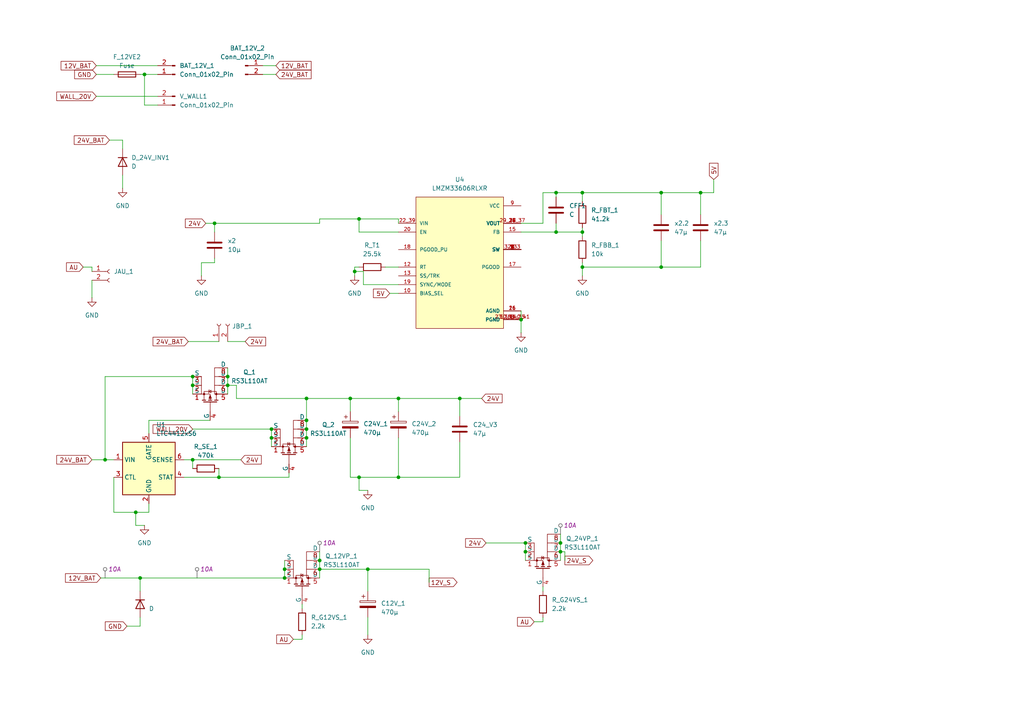
<source format=kicad_sch>
(kicad_sch
	(version 20250114)
	(generator "eeschema")
	(generator_version "9.0")
	(uuid "8f33abfb-8c87-4089-95e8-62b4ed760785")
	(paper "A4")
	(lib_symbols
		(symbol "Connector:Conn_01x02_Pin"
			(pin_names
				(offset 1.016)
				(hide yes)
			)
			(exclude_from_sim no)
			(in_bom yes)
			(on_board yes)
			(property "Reference" "J"
				(at 0 2.54 0)
				(effects
					(font
						(size 1.27 1.27)
					)
				)
			)
			(property "Value" "Conn_01x02_Pin"
				(at 0 -5.08 0)
				(effects
					(font
						(size 1.27 1.27)
					)
				)
			)
			(property "Footprint" ""
				(at 0 0 0)
				(effects
					(font
						(size 1.27 1.27)
					)
					(hide yes)
				)
			)
			(property "Datasheet" "~"
				(at 0 0 0)
				(effects
					(font
						(size 1.27 1.27)
					)
					(hide yes)
				)
			)
			(property "Description" "Generic connector, single row, 01x02, script generated"
				(at 0 0 0)
				(effects
					(font
						(size 1.27 1.27)
					)
					(hide yes)
				)
			)
			(property "ki_locked" ""
				(at 0 0 0)
				(effects
					(font
						(size 1.27 1.27)
					)
				)
			)
			(property "ki_keywords" "connector"
				(at 0 0 0)
				(effects
					(font
						(size 1.27 1.27)
					)
					(hide yes)
				)
			)
			(property "ki_fp_filters" "Connector*:*_1x??_*"
				(at 0 0 0)
				(effects
					(font
						(size 1.27 1.27)
					)
					(hide yes)
				)
			)
			(symbol "Conn_01x02_Pin_1_1"
				(rectangle
					(start 0.8636 0.127)
					(end 0 -0.127)
					(stroke
						(width 0.1524)
						(type default)
					)
					(fill
						(type outline)
					)
				)
				(rectangle
					(start 0.8636 -2.413)
					(end 0 -2.667)
					(stroke
						(width 0.1524)
						(type default)
					)
					(fill
						(type outline)
					)
				)
				(polyline
					(pts
						(xy 1.27 0) (xy 0.8636 0)
					)
					(stroke
						(width 0.1524)
						(type default)
					)
					(fill
						(type none)
					)
				)
				(polyline
					(pts
						(xy 1.27 -2.54) (xy 0.8636 -2.54)
					)
					(stroke
						(width 0.1524)
						(type default)
					)
					(fill
						(type none)
					)
				)
				(pin passive line
					(at 5.08 0 180)
					(length 3.81)
					(name "Pin_1"
						(effects
							(font
								(size 1.27 1.27)
							)
						)
					)
					(number "1"
						(effects
							(font
								(size 1.27 1.27)
							)
						)
					)
				)
				(pin passive line
					(at 5.08 -2.54 180)
					(length 3.81)
					(name "Pin_2"
						(effects
							(font
								(size 1.27 1.27)
							)
						)
					)
					(number "2"
						(effects
							(font
								(size 1.27 1.27)
							)
						)
					)
				)
			)
			(embedded_fonts no)
		)
		(symbol "Connector:Conn_01x02_Socket"
			(pin_names
				(offset 1.016)
				(hide yes)
			)
			(exclude_from_sim no)
			(in_bom yes)
			(on_board yes)
			(property "Reference" "J"
				(at 0 2.54 0)
				(effects
					(font
						(size 1.27 1.27)
					)
				)
			)
			(property "Value" "Conn_01x02_Socket"
				(at 0 -5.08 0)
				(effects
					(font
						(size 1.27 1.27)
					)
				)
			)
			(property "Footprint" ""
				(at 0 0 0)
				(effects
					(font
						(size 1.27 1.27)
					)
					(hide yes)
				)
			)
			(property "Datasheet" "~"
				(at 0 0 0)
				(effects
					(font
						(size 1.27 1.27)
					)
					(hide yes)
				)
			)
			(property "Description" "Generic connector, single row, 01x02, script generated"
				(at 0 0 0)
				(effects
					(font
						(size 1.27 1.27)
					)
					(hide yes)
				)
			)
			(property "ki_locked" ""
				(at 0 0 0)
				(effects
					(font
						(size 1.27 1.27)
					)
				)
			)
			(property "ki_keywords" "connector"
				(at 0 0 0)
				(effects
					(font
						(size 1.27 1.27)
					)
					(hide yes)
				)
			)
			(property "ki_fp_filters" "Connector*:*_1x??_*"
				(at 0 0 0)
				(effects
					(font
						(size 1.27 1.27)
					)
					(hide yes)
				)
			)
			(symbol "Conn_01x02_Socket_1_1"
				(polyline
					(pts
						(xy -1.27 0) (xy -0.508 0)
					)
					(stroke
						(width 0.1524)
						(type default)
					)
					(fill
						(type none)
					)
				)
				(polyline
					(pts
						(xy -1.27 -2.54) (xy -0.508 -2.54)
					)
					(stroke
						(width 0.1524)
						(type default)
					)
					(fill
						(type none)
					)
				)
				(arc
					(start 0 -0.508)
					(mid -0.5058 0)
					(end 0 0.508)
					(stroke
						(width 0.1524)
						(type default)
					)
					(fill
						(type none)
					)
				)
				(arc
					(start 0 -3.048)
					(mid -0.5058 -2.54)
					(end 0 -2.032)
					(stroke
						(width 0.1524)
						(type default)
					)
					(fill
						(type none)
					)
				)
				(pin passive line
					(at -5.08 0 0)
					(length 3.81)
					(name "Pin_1"
						(effects
							(font
								(size 1.27 1.27)
							)
						)
					)
					(number "1"
						(effects
							(font
								(size 1.27 1.27)
							)
						)
					)
				)
				(pin passive line
					(at -5.08 -2.54 0)
					(length 3.81)
					(name "Pin_2"
						(effects
							(font
								(size 1.27 1.27)
							)
						)
					)
					(number "2"
						(effects
							(font
								(size 1.27 1.27)
							)
						)
					)
				)
			)
			(embedded_fonts no)
		)
		(symbol "Device:C"
			(pin_numbers
				(hide yes)
			)
			(pin_names
				(offset 0.254)
			)
			(exclude_from_sim no)
			(in_bom yes)
			(on_board yes)
			(property "Reference" "C"
				(at 0.635 2.54 0)
				(effects
					(font
						(size 1.27 1.27)
					)
					(justify left)
				)
			)
			(property "Value" "C"
				(at 0.635 -2.54 0)
				(effects
					(font
						(size 1.27 1.27)
					)
					(justify left)
				)
			)
			(property "Footprint" ""
				(at 0.9652 -3.81 0)
				(effects
					(font
						(size 1.27 1.27)
					)
					(hide yes)
				)
			)
			(property "Datasheet" "~"
				(at 0 0 0)
				(effects
					(font
						(size 1.27 1.27)
					)
					(hide yes)
				)
			)
			(property "Description" "Unpolarized capacitor"
				(at 0 0 0)
				(effects
					(font
						(size 1.27 1.27)
					)
					(hide yes)
				)
			)
			(property "ki_keywords" "cap capacitor"
				(at 0 0 0)
				(effects
					(font
						(size 1.27 1.27)
					)
					(hide yes)
				)
			)
			(property "ki_fp_filters" "C_*"
				(at 0 0 0)
				(effects
					(font
						(size 1.27 1.27)
					)
					(hide yes)
				)
			)
			(symbol "C_0_1"
				(polyline
					(pts
						(xy -2.032 0.762) (xy 2.032 0.762)
					)
					(stroke
						(width 0.508)
						(type default)
					)
					(fill
						(type none)
					)
				)
				(polyline
					(pts
						(xy -2.032 -0.762) (xy 2.032 -0.762)
					)
					(stroke
						(width 0.508)
						(type default)
					)
					(fill
						(type none)
					)
				)
			)
			(symbol "C_1_1"
				(pin passive line
					(at 0 3.81 270)
					(length 2.794)
					(name "~"
						(effects
							(font
								(size 1.27 1.27)
							)
						)
					)
					(number "1"
						(effects
							(font
								(size 1.27 1.27)
							)
						)
					)
				)
				(pin passive line
					(at 0 -3.81 90)
					(length 2.794)
					(name "~"
						(effects
							(font
								(size 1.27 1.27)
							)
						)
					)
					(number "2"
						(effects
							(font
								(size 1.27 1.27)
							)
						)
					)
				)
			)
			(embedded_fonts no)
		)
		(symbol "Device:C_Polarized"
			(pin_numbers
				(hide yes)
			)
			(pin_names
				(offset 0.254)
			)
			(exclude_from_sim no)
			(in_bom yes)
			(on_board yes)
			(property "Reference" "C"
				(at 0.635 2.54 0)
				(effects
					(font
						(size 1.27 1.27)
					)
					(justify left)
				)
			)
			(property "Value" "C_Polarized"
				(at 0.635 -2.54 0)
				(effects
					(font
						(size 1.27 1.27)
					)
					(justify left)
				)
			)
			(property "Footprint" ""
				(at 0.9652 -3.81 0)
				(effects
					(font
						(size 1.27 1.27)
					)
					(hide yes)
				)
			)
			(property "Datasheet" "~"
				(at 0 0 0)
				(effects
					(font
						(size 1.27 1.27)
					)
					(hide yes)
				)
			)
			(property "Description" "Polarized capacitor"
				(at 0 0 0)
				(effects
					(font
						(size 1.27 1.27)
					)
					(hide yes)
				)
			)
			(property "ki_keywords" "cap capacitor"
				(at 0 0 0)
				(effects
					(font
						(size 1.27 1.27)
					)
					(hide yes)
				)
			)
			(property "ki_fp_filters" "CP_*"
				(at 0 0 0)
				(effects
					(font
						(size 1.27 1.27)
					)
					(hide yes)
				)
			)
			(symbol "C_Polarized_0_1"
				(rectangle
					(start -2.286 0.508)
					(end 2.286 1.016)
					(stroke
						(width 0)
						(type default)
					)
					(fill
						(type none)
					)
				)
				(polyline
					(pts
						(xy -1.778 2.286) (xy -0.762 2.286)
					)
					(stroke
						(width 0)
						(type default)
					)
					(fill
						(type none)
					)
				)
				(polyline
					(pts
						(xy -1.27 2.794) (xy -1.27 1.778)
					)
					(stroke
						(width 0)
						(type default)
					)
					(fill
						(type none)
					)
				)
				(rectangle
					(start 2.286 -0.508)
					(end -2.286 -1.016)
					(stroke
						(width 0)
						(type default)
					)
					(fill
						(type outline)
					)
				)
			)
			(symbol "C_Polarized_1_1"
				(pin passive line
					(at 0 3.81 270)
					(length 2.794)
					(name "~"
						(effects
							(font
								(size 1.27 1.27)
							)
						)
					)
					(number "1"
						(effects
							(font
								(size 1.27 1.27)
							)
						)
					)
				)
				(pin passive line
					(at 0 -3.81 90)
					(length 2.794)
					(name "~"
						(effects
							(font
								(size 1.27 1.27)
							)
						)
					)
					(number "2"
						(effects
							(font
								(size 1.27 1.27)
							)
						)
					)
				)
			)
			(embedded_fonts no)
		)
		(symbol "Device:D"
			(pin_numbers
				(hide yes)
			)
			(pin_names
				(offset 1.016)
				(hide yes)
			)
			(exclude_from_sim no)
			(in_bom yes)
			(on_board yes)
			(property "Reference" "D"
				(at 0 2.54 0)
				(effects
					(font
						(size 1.27 1.27)
					)
				)
			)
			(property "Value" "D"
				(at 0 -2.54 0)
				(effects
					(font
						(size 1.27 1.27)
					)
				)
			)
			(property "Footprint" ""
				(at 0 0 0)
				(effects
					(font
						(size 1.27 1.27)
					)
					(hide yes)
				)
			)
			(property "Datasheet" "~"
				(at 0 0 0)
				(effects
					(font
						(size 1.27 1.27)
					)
					(hide yes)
				)
			)
			(property "Description" "Diode"
				(at 0 0 0)
				(effects
					(font
						(size 1.27 1.27)
					)
					(hide yes)
				)
			)
			(property "Sim.Device" "D"
				(at 0 0 0)
				(effects
					(font
						(size 1.27 1.27)
					)
					(hide yes)
				)
			)
			(property "Sim.Pins" "1=K 2=A"
				(at 0 0 0)
				(effects
					(font
						(size 1.27 1.27)
					)
					(hide yes)
				)
			)
			(property "ki_keywords" "diode"
				(at 0 0 0)
				(effects
					(font
						(size 1.27 1.27)
					)
					(hide yes)
				)
			)
			(property "ki_fp_filters" "TO-???* *_Diode_* *SingleDiode* D_*"
				(at 0 0 0)
				(effects
					(font
						(size 1.27 1.27)
					)
					(hide yes)
				)
			)
			(symbol "D_0_1"
				(polyline
					(pts
						(xy -1.27 1.27) (xy -1.27 -1.27)
					)
					(stroke
						(width 0.254)
						(type default)
					)
					(fill
						(type none)
					)
				)
				(polyline
					(pts
						(xy 1.27 1.27) (xy 1.27 -1.27) (xy -1.27 0) (xy 1.27 1.27)
					)
					(stroke
						(width 0.254)
						(type default)
					)
					(fill
						(type none)
					)
				)
				(polyline
					(pts
						(xy 1.27 0) (xy -1.27 0)
					)
					(stroke
						(width 0)
						(type default)
					)
					(fill
						(type none)
					)
				)
			)
			(symbol "D_1_1"
				(pin passive line
					(at -3.81 0 0)
					(length 2.54)
					(name "K"
						(effects
							(font
								(size 1.27 1.27)
							)
						)
					)
					(number "1"
						(effects
							(font
								(size 1.27 1.27)
							)
						)
					)
				)
				(pin passive line
					(at 3.81 0 180)
					(length 2.54)
					(name "A"
						(effects
							(font
								(size 1.27 1.27)
							)
						)
					)
					(number "2"
						(effects
							(font
								(size 1.27 1.27)
							)
						)
					)
				)
			)
			(embedded_fonts no)
		)
		(symbol "Device:Fuse"
			(pin_numbers
				(hide yes)
			)
			(pin_names
				(offset 0)
			)
			(exclude_from_sim no)
			(in_bom yes)
			(on_board yes)
			(property "Reference" "F"
				(at 2.032 0 90)
				(effects
					(font
						(size 1.27 1.27)
					)
				)
			)
			(property "Value" "Fuse"
				(at -1.905 0 90)
				(effects
					(font
						(size 1.27 1.27)
					)
				)
			)
			(property "Footprint" ""
				(at -1.778 0 90)
				(effects
					(font
						(size 1.27 1.27)
					)
					(hide yes)
				)
			)
			(property "Datasheet" "~"
				(at 0 0 0)
				(effects
					(font
						(size 1.27 1.27)
					)
					(hide yes)
				)
			)
			(property "Description" "Fuse"
				(at 0 0 0)
				(effects
					(font
						(size 1.27 1.27)
					)
					(hide yes)
				)
			)
			(property "ki_keywords" "fuse"
				(at 0 0 0)
				(effects
					(font
						(size 1.27 1.27)
					)
					(hide yes)
				)
			)
			(property "ki_fp_filters" "*Fuse*"
				(at 0 0 0)
				(effects
					(font
						(size 1.27 1.27)
					)
					(hide yes)
				)
			)
			(symbol "Fuse_0_1"
				(rectangle
					(start -0.762 -2.54)
					(end 0.762 2.54)
					(stroke
						(width 0.254)
						(type default)
					)
					(fill
						(type none)
					)
				)
				(polyline
					(pts
						(xy 0 2.54) (xy 0 -2.54)
					)
					(stroke
						(width 0)
						(type default)
					)
					(fill
						(type none)
					)
				)
			)
			(symbol "Fuse_1_1"
				(pin passive line
					(at 0 3.81 270)
					(length 1.27)
					(name "~"
						(effects
							(font
								(size 1.27 1.27)
							)
						)
					)
					(number "1"
						(effects
							(font
								(size 1.27 1.27)
							)
						)
					)
				)
				(pin passive line
					(at 0 -3.81 90)
					(length 1.27)
					(name "~"
						(effects
							(font
								(size 1.27 1.27)
							)
						)
					)
					(number "2"
						(effects
							(font
								(size 1.27 1.27)
							)
						)
					)
				)
			)
			(embedded_fonts no)
		)
		(symbol "Device:R"
			(pin_numbers
				(hide yes)
			)
			(pin_names
				(offset 0)
			)
			(exclude_from_sim no)
			(in_bom yes)
			(on_board yes)
			(property "Reference" "R"
				(at 2.032 0 90)
				(effects
					(font
						(size 1.27 1.27)
					)
				)
			)
			(property "Value" "R"
				(at 0 0 90)
				(effects
					(font
						(size 1.27 1.27)
					)
				)
			)
			(property "Footprint" ""
				(at -1.778 0 90)
				(effects
					(font
						(size 1.27 1.27)
					)
					(hide yes)
				)
			)
			(property "Datasheet" "~"
				(at 0 0 0)
				(effects
					(font
						(size 1.27 1.27)
					)
					(hide yes)
				)
			)
			(property "Description" "Resistor"
				(at 0 0 0)
				(effects
					(font
						(size 1.27 1.27)
					)
					(hide yes)
				)
			)
			(property "ki_keywords" "R res resistor"
				(at 0 0 0)
				(effects
					(font
						(size 1.27 1.27)
					)
					(hide yes)
				)
			)
			(property "ki_fp_filters" "R_*"
				(at 0 0 0)
				(effects
					(font
						(size 1.27 1.27)
					)
					(hide yes)
				)
			)
			(symbol "R_0_1"
				(rectangle
					(start -1.016 -2.54)
					(end 1.016 2.54)
					(stroke
						(width 0.254)
						(type default)
					)
					(fill
						(type none)
					)
				)
			)
			(symbol "R_1_1"
				(pin passive line
					(at 0 3.81 270)
					(length 1.27)
					(name "~"
						(effects
							(font
								(size 1.27 1.27)
							)
						)
					)
					(number "1"
						(effects
							(font
								(size 1.27 1.27)
							)
						)
					)
				)
				(pin passive line
					(at 0 -3.81 90)
					(length 1.27)
					(name "~"
						(effects
							(font
								(size 1.27 1.27)
							)
						)
					)
					(number "2"
						(effects
							(font
								(size 1.27 1.27)
							)
						)
					)
				)
			)
			(embedded_fonts no)
		)
		(symbol "LMZM33606:LMZM33606RLXR"
			(pin_names
				(offset 1.016)
			)
			(exclude_from_sim no)
			(in_bom yes)
			(on_board yes)
			(property "Reference" "U"
				(at -12.7 18.542 0)
				(effects
					(font
						(size 1.27 1.27)
					)
					(justify left bottom)
				)
			)
			(property "Value" "LMZM33606RLXR"
				(at -12.7 -22.86 0)
				(effects
					(font
						(size 1.27 1.27)
					)
					(justify left bottom)
				)
			)
			(property "Footprint" "LMZM33606RLXR:IC_LMZM33606RLXR"
				(at 0 0 0)
				(effects
					(font
						(size 1.27 1.27)
					)
					(justify bottom)
					(hide yes)
				)
			)
			(property "Datasheet" ""
				(at 0 0 0)
				(effects
					(font
						(size 1.27 1.27)
					)
					(hide yes)
				)
			)
			(property "Description" ""
				(at 0 0 0)
				(effects
					(font
						(size 1.27 1.27)
					)
					(hide yes)
				)
			)
			(property "DigiKey_Part_Number" "296-52221-1-ND"
				(at 0 0 0)
				(effects
					(font
						(size 1.27 1.27)
					)
					(justify bottom)
					(hide yes)
				)
			)
			(property "SnapEDA_Link" "https://www.snapeda.com/parts/LMZM33606RLXR/Texas+Instruments/view-part/?ref=snap"
				(at 0 0 0)
				(effects
					(font
						(size 1.27 1.27)
					)
					(justify bottom)
					(hide yes)
				)
			)
			(property "MAXIMUM_PACKAGE_HEIGHT" "4.1mm"
				(at 0 0 0)
				(effects
					(font
						(size 1.27 1.27)
					)
					(justify bottom)
					(hide yes)
				)
			)
			(property "Package" "B2QFN-41 Texas Instruments"
				(at 0 0 0)
				(effects
					(font
						(size 1.27 1.27)
					)
					(justify bottom)
					(hide yes)
				)
			)
			(property "Check_prices" "https://www.snapeda.com/parts/LMZM33606RLXR/Texas+Instruments/view-part/?ref=eda"
				(at 0 0 0)
				(effects
					(font
						(size 1.27 1.27)
					)
					(justify bottom)
					(hide yes)
				)
			)
			(property "STANDARD" "Manufacturer Recommendations"
				(at 0 0 0)
				(effects
					(font
						(size 1.27 1.27)
					)
					(justify bottom)
					(hide yes)
				)
			)
			(property "PARTREV" "B"
				(at 0 0 0)
				(effects
					(font
						(size 1.27 1.27)
					)
					(justify bottom)
					(hide yes)
				)
			)
			(property "MF" "Texas Instruments"
				(at 0 0 0)
				(effects
					(font
						(size 1.27 1.27)
					)
					(justify bottom)
					(hide yes)
				)
			)
			(property "MP" "LMZM33606RLXR"
				(at 0 0 0)
				(effects
					(font
						(size 1.27 1.27)
					)
					(justify bottom)
					(hide yes)
				)
			)
			(property "Description_1" "3.5-V to 36-V input, 1-V to 20-V output, 6-A power module"
				(at 0 0 0)
				(effects
					(font
						(size 1.27 1.27)
					)
					(justify bottom)
					(hide yes)
				)
			)
			(property "MANUFACTURER" "Texas Instruments"
				(at 0 0 0)
				(effects
					(font
						(size 1.27 1.27)
					)
					(justify bottom)
					(hide yes)
				)
			)
			(symbol "LMZM33606RLXR_0_0"
				(rectangle
					(start -12.7 -20.32)
					(end 12.7 17.78)
					(stroke
						(width 0.1524)
						(type default)
					)
					(fill
						(type background)
					)
				)
				(pin input line
					(at -17.78 10.16 0)
					(length 5.08)
					(name "VIN"
						(effects
							(font
								(size 1.016 1.016)
							)
						)
					)
					(number "22_39"
						(effects
							(font
								(size 1.016 1.016)
							)
						)
					)
				)
				(pin input line
					(at -17.78 7.62 0)
					(length 5.08)
					(name "EN"
						(effects
							(font
								(size 1.016 1.016)
							)
						)
					)
					(number "20"
						(effects
							(font
								(size 1.016 1.016)
							)
						)
					)
				)
				(pin input line
					(at -17.78 2.54 0)
					(length 5.08)
					(name "PGOOD_PU"
						(effects
							(font
								(size 1.016 1.016)
							)
						)
					)
					(number "18"
						(effects
							(font
								(size 1.016 1.016)
							)
						)
					)
				)
				(pin input line
					(at -17.78 -2.54 0)
					(length 5.08)
					(name "RT"
						(effects
							(font
								(size 1.016 1.016)
							)
						)
					)
					(number "12"
						(effects
							(font
								(size 1.016 1.016)
							)
						)
					)
				)
				(pin input line
					(at -17.78 -5.08 0)
					(length 5.08)
					(name "SS/TRK"
						(effects
							(font
								(size 1.016 1.016)
							)
						)
					)
					(number "13"
						(effects
							(font
								(size 1.016 1.016)
							)
						)
					)
				)
				(pin input line
					(at -17.78 -7.62 0)
					(length 5.08)
					(name "SYNC/MODE"
						(effects
							(font
								(size 1.016 1.016)
							)
						)
					)
					(number "19"
						(effects
							(font
								(size 1.016 1.016)
							)
						)
					)
				)
				(pin input line
					(at -17.78 -10.16 0)
					(length 5.08)
					(name "BIAS_SEL"
						(effects
							(font
								(size 1.016 1.016)
							)
						)
					)
					(number "10"
						(effects
							(font
								(size 1.016 1.016)
							)
						)
					)
				)
				(pin power_in line
					(at 17.78 15.24 180)
					(length 5.08)
					(name "VCC"
						(effects
							(font
								(size 1.016 1.016)
							)
						)
					)
					(number "9"
						(effects
							(font
								(size 1.016 1.016)
							)
						)
					)
				)
				(pin output line
					(at 17.78 10.16 180)
					(length 5.08)
					(name "VOUT"
						(effects
							(font
								(size 1.016 1.016)
							)
						)
					)
					(number "24"
						(effects
							(font
								(size 1.016 1.016)
							)
						)
					)
				)
				(pin output line
					(at 17.78 10.16 180)
					(length 5.08)
					(name "VOUT"
						(effects
							(font
								(size 1.016 1.016)
							)
						)
					)
					(number "25"
						(effects
							(font
								(size 1.016 1.016)
							)
						)
					)
				)
				(pin output line
					(at 17.78 10.16 180)
					(length 5.08)
					(name "VOUT"
						(effects
							(font
								(size 1.016 1.016)
							)
						)
					)
					(number "26"
						(effects
							(font
								(size 1.016 1.016)
							)
						)
					)
				)
				(pin output line
					(at 17.78 10.16 180)
					(length 5.08)
					(name "VOUT"
						(effects
							(font
								(size 1.016 1.016)
							)
						)
					)
					(number "27"
						(effects
							(font
								(size 1.016 1.016)
							)
						)
					)
				)
				(pin output line
					(at 17.78 10.16 180)
					(length 5.08)
					(name "VOUT"
						(effects
							(font
								(size 1.016 1.016)
							)
						)
					)
					(number "28"
						(effects
							(font
								(size 1.016 1.016)
							)
						)
					)
				)
				(pin output line
					(at 17.78 10.16 180)
					(length 5.08)
					(name "VOUT"
						(effects
							(font
								(size 1.016 1.016)
							)
						)
					)
					(number "29_36_37"
						(effects
							(font
								(size 1.016 1.016)
							)
						)
					)
				)
				(pin input line
					(at 17.78 7.62 180)
					(length 5.08)
					(name "FB"
						(effects
							(font
								(size 1.016 1.016)
							)
						)
					)
					(number "15"
						(effects
							(font
								(size 1.016 1.016)
							)
						)
					)
				)
				(pin output line
					(at 17.78 2.54 180)
					(length 5.08)
					(name "SW"
						(effects
							(font
								(size 1.016 1.016)
							)
						)
					)
					(number "1"
						(effects
							(font
								(size 1.016 1.016)
							)
						)
					)
				)
				(pin output line
					(at 17.78 2.54 180)
					(length 5.08)
					(name "SW"
						(effects
							(font
								(size 1.016 1.016)
							)
						)
					)
					(number "2"
						(effects
							(font
								(size 1.016 1.016)
							)
						)
					)
				)
				(pin output line
					(at 17.78 2.54 180)
					(length 5.08)
					(name "SW"
						(effects
							(font
								(size 1.016 1.016)
							)
						)
					)
					(number "3"
						(effects
							(font
								(size 1.016 1.016)
							)
						)
					)
				)
				(pin output line
					(at 17.78 2.54 180)
					(length 5.08)
					(name "SW"
						(effects
							(font
								(size 1.016 1.016)
							)
						)
					)
					(number "31"
						(effects
							(font
								(size 1.016 1.016)
							)
						)
					)
				)
				(pin output line
					(at 17.78 2.54 180)
					(length 5.08)
					(name "SW"
						(effects
							(font
								(size 1.016 1.016)
							)
						)
					)
					(number "32_33"
						(effects
							(font
								(size 1.016 1.016)
							)
						)
					)
				)
				(pin output line
					(at 17.78 2.54 180)
					(length 5.08)
					(name "SW"
						(effects
							(font
								(size 1.016 1.016)
							)
						)
					)
					(number "4"
						(effects
							(font
								(size 1.016 1.016)
							)
						)
					)
				)
				(pin output line
					(at 17.78 2.54 180)
					(length 5.08)
					(name "SW"
						(effects
							(font
								(size 1.016 1.016)
							)
						)
					)
					(number "5"
						(effects
							(font
								(size 1.016 1.016)
							)
						)
					)
				)
				(pin output line
					(at 17.78 2.54 180)
					(length 5.08)
					(name "SW"
						(effects
							(font
								(size 1.016 1.016)
							)
						)
					)
					(number "6"
						(effects
							(font
								(size 1.016 1.016)
							)
						)
					)
				)
				(pin output line
					(at 17.78 -2.54 180)
					(length 5.08)
					(name "PGOOD"
						(effects
							(font
								(size 1.016 1.016)
							)
						)
					)
					(number "17"
						(effects
							(font
								(size 1.016 1.016)
							)
						)
					)
				)
				(pin power_in line
					(at 17.78 -15.24 180)
					(length 5.08)
					(name "AGND"
						(effects
							(font
								(size 1.016 1.016)
							)
						)
					)
					(number "16"
						(effects
							(font
								(size 1.016 1.016)
							)
						)
					)
				)
				(pin power_in line
					(at 17.78 -15.24 180)
					(length 5.08)
					(name "AGND"
						(effects
							(font
								(size 1.016 1.016)
							)
						)
					)
					(number "21"
						(effects
							(font
								(size 1.016 1.016)
							)
						)
					)
				)
				(pin power_in line
					(at 17.78 -17.78 180)
					(length 5.08)
					(name "PGND"
						(effects
							(font
								(size 1.016 1.016)
							)
						)
					)
					(number "11"
						(effects
							(font
								(size 1.016 1.016)
							)
						)
					)
				)
				(pin power_in line
					(at 17.78 -17.78 180)
					(length 5.08)
					(name "PGND"
						(effects
							(font
								(size 1.016 1.016)
							)
						)
					)
					(number "23_38_40_41"
						(effects
							(font
								(size 1.016 1.016)
							)
						)
					)
				)
				(pin power_in line
					(at 17.78 -17.78 180)
					(length 5.08)
					(name "PGND"
						(effects
							(font
								(size 1.016 1.016)
							)
						)
					)
					(number "30_34_35"
						(effects
							(font
								(size 1.016 1.016)
							)
						)
					)
				)
				(pin power_in line
					(at 17.78 -17.78 180)
					(length 5.08)
					(name "PGND"
						(effects
							(font
								(size 1.016 1.016)
							)
						)
					)
					(number "8"
						(effects
							(font
								(size 1.016 1.016)
							)
						)
					)
				)
			)
			(embedded_fonts no)
		)
		(symbol "PMOS_1"
			(pin_names
				(offset 0)
			)
			(exclude_from_sim no)
			(in_bom yes)
			(on_board yes)
			(property "Reference" "Q_12VP_2"
				(at 13.97 -5.08 90)
				(effects
					(font
						(size 1.27 1.27)
					)
				)
			)
			(property "Value" "RS3L110AT"
				(at 11.43 -5.08 90)
				(effects
					(font
						(size 1.27 1.27)
					)
				)
			)
			(property "Footprint" "Package_SO:SOP-8_3.76x4.96mm_P1.27mm"
				(at 5.08 2.54 0)
				(effects
					(font
						(size 1.27 1.27)
					)
					(hide yes)
				)
			)
			(property "Datasheet" "https://ngspice.sourceforge.io/docs/ngspice-manual.pdf"
				(at 0 -12.7 0)
				(effects
					(font
						(size 1.27 1.27)
					)
					(hide yes)
				)
			)
			(property "Description" "P-MOSFET transistor, drain/source/gate"
				(at 0 0 0)
				(effects
					(font
						(size 1.27 1.27)
					)
					(hide yes)
				)
			)
			(property "Sim.Device" "PMOS"
				(at 0 -17.145 0)
				(effects
					(font
						(size 1.27 1.27)
					)
					(hide yes)
				)
			)
			(property "Sim.Type" "VDMOS"
				(at 0 -19.05 0)
				(effects
					(font
						(size 1.27 1.27)
					)
					(hide yes)
				)
			)
			(property "Sim.Pins" "1=D 2=G 3=S"
				(at 0 -15.24 0)
				(effects
					(font
						(size 1.27 1.27)
					)
					(hide yes)
				)
			)
			(property "ki_keywords" "transistor PMOS P-MOS P-MOSFET simulation"
				(at 0 0 0)
				(effects
					(font
						(size 1.27 1.27)
					)
					(hide yes)
				)
			)
			(symbol "PMOS_1_0_1"
				(polyline
					(pts
						(xy 0.254 1.905) (xy 0.254 -1.905)
					)
					(stroke
						(width 0.254)
						(type default)
					)
					(fill
						(type none)
					)
				)
				(polyline
					(pts
						(xy 0.762 2.286) (xy 0.762 1.27)
					)
					(stroke
						(width 0.254)
						(type default)
					)
					(fill
						(type none)
					)
				)
				(polyline
					(pts
						(xy 0.762 1.778) (xy 3.302 1.778) (xy 3.302 -1.778) (xy 0.762 -1.778)
					)
					(stroke
						(width 0)
						(type default)
					)
					(fill
						(type none)
					)
				)
				(polyline
					(pts
						(xy 0.762 0.508) (xy 0.762 -0.508)
					)
					(stroke
						(width 0.254)
						(type default)
					)
					(fill
						(type none)
					)
				)
				(polyline
					(pts
						(xy 0.762 -1.27) (xy 0.762 -2.286)
					)
					(stroke
						(width 0.254)
						(type default)
					)
					(fill
						(type none)
					)
				)
				(polyline
					(pts
						(xy 2.286 0) (xy 1.27 0.381) (xy 1.27 -0.381) (xy 2.286 0)
					)
					(stroke
						(width 0)
						(type default)
					)
					(fill
						(type outline)
					)
				)
				(polyline
					(pts
						(xy 2.54 2.54) (xy 2.54 1.778)
					)
					(stroke
						(width 0)
						(type default)
					)
					(fill
						(type none)
					)
				)
				(circle
					(center 2.54 1.778)
					(radius 0.254)
					(stroke
						(width 0)
						(type default)
					)
					(fill
						(type outline)
					)
				)
				(circle
					(center 2.54 -1.778)
					(radius 0.254)
					(stroke
						(width 0)
						(type default)
					)
					(fill
						(type outline)
					)
				)
				(polyline
					(pts
						(xy 2.54 -2.54) (xy 2.54 0) (xy 0.762 0)
					)
					(stroke
						(width 0)
						(type default)
					)
					(fill
						(type none)
					)
				)
				(polyline
					(pts
						(xy 2.794 -0.508) (xy 2.921 -0.381) (xy 3.683 -0.381) (xy 3.81 -0.254)
					)
					(stroke
						(width 0)
						(type default)
					)
					(fill
						(type none)
					)
				)
				(polyline
					(pts
						(xy 3.302 -0.381) (xy 2.921 0.254) (xy 3.683 0.254) (xy 3.302 -0.381)
					)
					(stroke
						(width 0)
						(type default)
					)
					(fill
						(type none)
					)
				)
			)
			(symbol "PMOS_1_1_1"
				(polyline
					(pts
						(xy 0.254 0) (xy -2.54 0)
					)
					(stroke
						(width 0)
						(type default)
					)
					(fill
						(type none)
					)
				)
				(polyline
					(pts
						(xy 2.54 -2.54) (xy 5.08 -2.54) (xy 7.62 -2.54)
					)
					(stroke
						(width 0)
						(type default)
					)
					(fill
						(type none)
					)
				)
				(polyline
					(pts
						(xy 5.08 2.54) (xy 5.08 1.27) (xy 2.54 1.27) (xy 2.54 2.54)
					)
					(stroke
						(width 0)
						(type default)
					)
					(fill
						(type none)
					)
				)
				(polyline
					(pts
						(xy 5.08 1.27) (xy 7.62 1.27) (xy 7.62 2.54) (xy 7.62 1.27) (xy 10.16 1.27) (xy 10.16 2.54)
					)
					(stroke
						(width 0)
						(type default)
					)
					(fill
						(type none)
					)
				)
				(pin input line
					(at -5.08 0 0)
					(length 2.54)
					(name "G"
						(effects
							(font
								(size 1.27 1.27)
							)
						)
					)
					(number "4"
						(effects
							(font
								(size 1.27 1.27)
							)
						)
					)
				)
				(pin passive line
					(at 2.54 5.08 270)
					(length 2.54)
					(name "D"
						(effects
							(font
								(size 1.27 1.27)
							)
						)
					)
					(number "5"
						(effects
							(font
								(size 1.27 1.27)
							)
						)
					)
				)
				(pin passive line
					(at 2.54 -5.08 90)
					(length 2.54)
					(name "S"
						(effects
							(font
								(size 1.27 1.27)
							)
						)
					)
					(number "1"
						(effects
							(font
								(size 1.27 1.27)
							)
						)
					)
				)
				(pin passive line
					(at 5.08 5.08 270)
					(length 2.54)
					(name "D"
						(effects
							(font
								(size 1.27 1.27)
							)
						)
					)
					(number "6"
						(effects
							(font
								(size 1.27 1.27)
							)
						)
					)
				)
				(pin passive line
					(at 5.08 -5.08 90)
					(length 2.54)
					(name "S"
						(effects
							(font
								(size 1.27 1.27)
							)
						)
					)
					(number "2"
						(effects
							(font
								(size 1.27 1.27)
							)
						)
					)
				)
				(pin passive line
					(at 7.62 5.08 270)
					(length 2.54)
					(name "D"
						(effects
							(font
								(size 1.27 1.27)
							)
						)
					)
					(number "7"
						(effects
							(font
								(size 1.27 1.27)
							)
						)
					)
				)
				(pin passive line
					(at 7.62 -5.08 90)
					(length 2.54)
					(name "S"
						(effects
							(font
								(size 1.27 1.27)
							)
						)
					)
					(number "3"
						(effects
							(font
								(size 1.27 1.27)
							)
						)
					)
				)
				(pin passive line
					(at 10.16 5.08 270)
					(length 2.54)
					(name "D"
						(effects
							(font
								(size 1.27 1.27)
							)
						)
					)
					(number "8"
						(effects
							(font
								(size 1.27 1.27)
							)
						)
					)
				)
			)
			(embedded_fonts no)
		)
		(symbol "Power_Management:LTC4412xS6"
			(exclude_from_sim no)
			(in_bom yes)
			(on_board yes)
			(property "Reference" "U"
				(at -6.35 8.89 0)
				(effects
					(font
						(size 1.27 1.27)
					)
				)
			)
			(property "Value" "LTC4412xS6"
				(at 6.35 8.89 0)
				(effects
					(font
						(size 1.27 1.27)
					)
				)
			)
			(property "Footprint" "Package_TO_SOT_SMD:TSOT-23-6"
				(at 16.51 -8.89 0)
				(effects
					(font
						(size 1.27 1.27)
					)
					(hide yes)
				)
			)
			(property "Datasheet" "https://www.analog.com/media/en/technical-documentation/data-sheets/4412fb.pdf"
				(at 53.34 -5.08 0)
				(effects
					(font
						(size 1.27 1.27)
					)
					(hide yes)
				)
			)
			(property "Description" "Low Loss PowerPath Controller, TSOT-23-6"
				(at 0 0 0)
				(effects
					(font
						(size 1.27 1.27)
					)
					(hide yes)
				)
			)
			(property "ki_keywords" "ideal-diode or-ing"
				(at 0 0 0)
				(effects
					(font
						(size 1.27 1.27)
					)
					(hide yes)
				)
			)
			(property "ki_fp_filters" "TSOT?23*"
				(at 0 0 0)
				(effects
					(font
						(size 1.27 1.27)
					)
					(hide yes)
				)
			)
			(symbol "LTC4412xS6_0_1"
				(rectangle
					(start -7.62 7.62)
					(end 7.62 -7.62)
					(stroke
						(width 0.254)
						(type default)
					)
					(fill
						(type background)
					)
				)
			)
			(symbol "LTC4412xS6_1_1"
				(pin power_in line
					(at -10.16 2.54 0)
					(length 2.54)
					(name "VIN"
						(effects
							(font
								(size 1.27 1.27)
							)
						)
					)
					(number "1"
						(effects
							(font
								(size 1.27 1.27)
							)
						)
					)
				)
				(pin input line
					(at -10.16 -2.54 0)
					(length 2.54)
					(name "CTL"
						(effects
							(font
								(size 1.27 1.27)
							)
						)
					)
					(number "3"
						(effects
							(font
								(size 1.27 1.27)
							)
						)
					)
				)
				(pin output line
					(at 0 10.16 270)
					(length 2.54)
					(name "GATE"
						(effects
							(font
								(size 1.27 1.27)
							)
						)
					)
					(number "5"
						(effects
							(font
								(size 1.27 1.27)
							)
						)
					)
				)
				(pin power_in line
					(at 0 -10.16 90)
					(length 2.54)
					(name "GND"
						(effects
							(font
								(size 1.27 1.27)
							)
						)
					)
					(number "2"
						(effects
							(font
								(size 1.27 1.27)
							)
						)
					)
				)
				(pin input line
					(at 10.16 2.54 180)
					(length 2.54)
					(name "SENSE"
						(effects
							(font
								(size 1.27 1.27)
							)
						)
					)
					(number "6"
						(effects
							(font
								(size 1.27 1.27)
							)
						)
					)
				)
				(pin open_collector line
					(at 10.16 -2.54 180)
					(length 2.54)
					(name "STAT"
						(effects
							(font
								(size 1.27 1.27)
							)
						)
					)
					(number "4"
						(effects
							(font
								(size 1.27 1.27)
							)
						)
					)
				)
			)
			(embedded_fonts no)
		)
		(symbol "power:GND"
			(power)
			(pin_numbers
				(hide yes)
			)
			(pin_names
				(offset 0)
				(hide yes)
			)
			(exclude_from_sim no)
			(in_bom yes)
			(on_board yes)
			(property "Reference" "#PWR"
				(at 0 -6.35 0)
				(effects
					(font
						(size 1.27 1.27)
					)
					(hide yes)
				)
			)
			(property "Value" "GND"
				(at 0 -3.81 0)
				(effects
					(font
						(size 1.27 1.27)
					)
				)
			)
			(property "Footprint" ""
				(at 0 0 0)
				(effects
					(font
						(size 1.27 1.27)
					)
					(hide yes)
				)
			)
			(property "Datasheet" ""
				(at 0 0 0)
				(effects
					(font
						(size 1.27 1.27)
					)
					(hide yes)
				)
			)
			(property "Description" "Power symbol creates a global label with name \"GND\" , ground"
				(at 0 0 0)
				(effects
					(font
						(size 1.27 1.27)
					)
					(hide yes)
				)
			)
			(property "ki_keywords" "global power"
				(at 0 0 0)
				(effects
					(font
						(size 1.27 1.27)
					)
					(hide yes)
				)
			)
			(symbol "GND_0_1"
				(polyline
					(pts
						(xy 0 0) (xy 0 -1.27) (xy 1.27 -1.27) (xy 0 -2.54) (xy -1.27 -1.27) (xy 0 -1.27)
					)
					(stroke
						(width 0)
						(type default)
					)
					(fill
						(type none)
					)
				)
			)
			(symbol "GND_1_1"
				(pin power_in line
					(at 0 0 270)
					(length 0)
					(name "~"
						(effects
							(font
								(size 1.27 1.27)
							)
						)
					)
					(number "1"
						(effects
							(font
								(size 1.27 1.27)
							)
						)
					)
				)
			)
			(embedded_fonts no)
		)
	)
	(junction
		(at 40.64 167.64)
		(diameter 0)
		(color 0 0 0 0)
		(uuid "06f05a6d-0d0c-4d6f-9c63-90e1b7745750")
	)
	(junction
		(at 115.57 138.43)
		(diameter 0)
		(color 0 0 0 0)
		(uuid "0abcead1-fc46-4e30-9d65-2f9283a30f82")
	)
	(junction
		(at 191.77 55.88)
		(diameter 0)
		(color 0 0 0 0)
		(uuid "0e06eeb4-8e57-424d-9e5e-d7db58d56f35")
	)
	(junction
		(at 55.88 133.35)
		(diameter 0)
		(color 0 0 0 0)
		(uuid "130fcf23-2e6a-455e-a474-6c2b5573da0d")
	)
	(junction
		(at 41.91 21.59)
		(diameter 0)
		(color 0 0 0 0)
		(uuid "13932bb5-0d23-413b-bec7-cbdbe95b69b0")
	)
	(junction
		(at 88.9 121.92)
		(diameter 0)
		(color 0 0 0 0)
		(uuid "1cb33594-6fc2-472c-8d1e-ff5fd665767c")
	)
	(junction
		(at 78.74 124.46)
		(diameter 0)
		(color 0 0 0 0)
		(uuid "205ce51f-829f-4564-9463-c45cf3bc392e")
	)
	(junction
		(at 82.55 167.64)
		(diameter 0)
		(color 0 0 0 0)
		(uuid "2133fd56-9eb6-42ba-99bc-850ba21dc92f")
	)
	(junction
		(at 168.91 77.47)
		(diameter 0)
		(color 0 0 0 0)
		(uuid "25fa56f6-fded-4502-9c95-9b350bfdcb1c")
	)
	(junction
		(at 191.77 77.47)
		(diameter 0)
		(color 0 0 0 0)
		(uuid "35f8090f-9937-4dfa-b3fb-15cd039ae6a8")
	)
	(junction
		(at 82.55 165.1)
		(diameter 0)
		(color 0 0 0 0)
		(uuid "387273b8-74ac-4157-a27d-218387e18591")
	)
	(junction
		(at 62.23 64.77)
		(diameter 0)
		(color 0 0 0 0)
		(uuid "5e9948b3-772a-40fc-9889-92ec2497a7a2")
	)
	(junction
		(at 168.91 55.88)
		(diameter 0)
		(color 0 0 0 0)
		(uuid "60621753-25c9-4ae0-8fd5-a4867799c51b")
	)
	(junction
		(at 88.9 127)
		(diameter 0)
		(color 0 0 0 0)
		(uuid "6362958c-4cc7-4b8c-aa62-ace974933dbc")
	)
	(junction
		(at 133.35 115.57)
		(diameter 0)
		(color 0 0 0 0)
		(uuid "63ce8662-7c70-46d0-97d1-5db43a3712fb")
	)
	(junction
		(at 55.88 109.22)
		(diameter 0)
		(color 0 0 0 0)
		(uuid "64611ae7-1bf4-4e4a-8d1b-9332b39f2248")
	)
	(junction
		(at 102.87 78.74)
		(diameter 0)
		(color 0 0 0 0)
		(uuid "678e5671-3d4e-497e-85cb-3064c6b4ffd4")
	)
	(junction
		(at 88.9 115.57)
		(diameter 0)
		(color 0 0 0 0)
		(uuid "75a79ec1-0f7d-4ee4-90b3-bcad167a2cff")
	)
	(junction
		(at 161.29 67.31)
		(diameter 0)
		(color 0 0 0 0)
		(uuid "76c127c2-a520-40a4-8a81-c77470c3081f")
	)
	(junction
		(at 63.5 138.43)
		(diameter 0)
		(color 0 0 0 0)
		(uuid "79366529-a660-4e6d-808b-69893b74b45f")
	)
	(junction
		(at 106.68 165.1)
		(diameter 0)
		(color 0 0 0 0)
		(uuid "849be527-e1cc-416a-b76a-9bfb3ab52333")
	)
	(junction
		(at 162.56 157.48)
		(diameter 0)
		(color 0 0 0 0)
		(uuid "8994e2c7-6d31-49a7-80df-dd1b0f9c19a4")
	)
	(junction
		(at 30.48 133.35)
		(diameter 0)
		(color 0 0 0 0)
		(uuid "8a0ab647-8190-4754-bf7f-46887ac5dfe0")
	)
	(junction
		(at 88.9 124.46)
		(diameter 0)
		(color 0 0 0 0)
		(uuid "97abe19a-3159-47e5-854f-0306dc7f3d22")
	)
	(junction
		(at 101.6 115.57)
		(diameter 0)
		(color 0 0 0 0)
		(uuid "97e2ddff-04b2-4d05-8c36-f3c1c1a790ff")
	)
	(junction
		(at 66.04 109.22)
		(diameter 0)
		(color 0 0 0 0)
		(uuid "9b835c48-631f-4d5d-8083-a2d7a3b0a5ce")
	)
	(junction
		(at 168.91 67.31)
		(diameter 0)
		(color 0 0 0 0)
		(uuid "9fa1f767-1d2b-4d51-bb31-c174312ee3e0")
	)
	(junction
		(at 104.14 138.43)
		(diameter 0)
		(color 0 0 0 0)
		(uuid "a3a3894a-9f88-42bd-8bdf-e0775e807b27")
	)
	(junction
		(at 161.29 55.88)
		(diameter 0)
		(color 0 0 0 0)
		(uuid "a680896a-0b66-4a2f-98c0-829a14b32341")
	)
	(junction
		(at 203.2 55.88)
		(diameter 0)
		(color 0 0 0 0)
		(uuid "a7664463-00ee-44a3-8146-5f751e7bac53")
	)
	(junction
		(at 55.88 111.76)
		(diameter 0)
		(color 0 0 0 0)
		(uuid "a972c25f-98be-4b87-9582-c858c33560e5")
	)
	(junction
		(at 152.4 157.48)
		(diameter 0)
		(color 0 0 0 0)
		(uuid "b01b04c6-7a85-4319-80f0-581b2e6c058d")
	)
	(junction
		(at 78.74 127)
		(diameter 0)
		(color 0 0 0 0)
		(uuid "b7c6b769-dfb6-4d70-aa46-76634845e0d3")
	)
	(junction
		(at 115.57 115.57)
		(diameter 0)
		(color 0 0 0 0)
		(uuid "bff3e791-971a-49d9-a868-3dabb1404bcf")
	)
	(junction
		(at 92.71 162.56)
		(diameter 0)
		(color 0 0 0 0)
		(uuid "cc46d526-c570-4efa-ac1b-89bcec5c70b2")
	)
	(junction
		(at 104.14 63.5)
		(diameter 0)
		(color 0 0 0 0)
		(uuid "d642c3a6-869c-494a-8639-dc23a42f5692")
	)
	(junction
		(at 92.71 165.1)
		(diameter 0)
		(color 0 0 0 0)
		(uuid "d6ce0114-15a9-4915-b1e3-43199cd12450")
	)
	(junction
		(at 66.04 111.76)
		(diameter 0)
		(color 0 0 0 0)
		(uuid "f7430e24-0c8d-4eff-b19b-8a45178a0045")
	)
	(junction
		(at 151.13 92.71)
		(diameter 0)
		(color 0 0 0 0)
		(uuid "f790f5fb-0e23-4d95-864c-15a285b2eded")
	)
	(junction
		(at 152.4 160.02)
		(diameter 0)
		(color 0 0 0 0)
		(uuid "fbe8597d-2db0-4392-b8b5-7a17c493f4a3")
	)
	(junction
		(at 162.56 160.02)
		(diameter 0)
		(color 0 0 0 0)
		(uuid "fd0b200d-076b-46fb-a2e0-991e771fcb96")
	)
	(junction
		(at 39.37 148.59)
		(diameter 0)
		(color 0 0 0 0)
		(uuid "ff6a7526-5f81-48e4-9967-19e53743bb8b")
	)
	(wire
		(pts
			(xy 106.68 179.07) (xy 106.68 184.15)
		)
		(stroke
			(width 0)
			(type default)
		)
		(uuid "014104c6-73b3-4e7a-8bc7-2cfdd678fca3")
	)
	(wire
		(pts
			(xy 106.68 165.1) (xy 106.68 171.45)
		)
		(stroke
			(width 0)
			(type default)
		)
		(uuid "045858ad-aad0-4d1b-99bb-5278832ff4a0")
	)
	(wire
		(pts
			(xy 161.29 64.77) (xy 161.29 67.31)
		)
		(stroke
			(width 0)
			(type default)
		)
		(uuid "046126cf-1fc1-464a-84e7-ed936980ab72")
	)
	(wire
		(pts
			(xy 41.91 21.59) (xy 45.72 21.59)
		)
		(stroke
			(width 0)
			(type default)
		)
		(uuid "06db58a2-10eb-42b1-aaa4-f28398ad62de")
	)
	(wire
		(pts
			(xy 92.71 165.1) (xy 92.71 167.64)
		)
		(stroke
			(width 0)
			(type default)
		)
		(uuid "07406c8b-b5a1-4a2c-ae44-5b9cc1df68ba")
	)
	(wire
		(pts
			(xy 115.57 67.31) (xy 104.14 67.31)
		)
		(stroke
			(width 0)
			(type default)
		)
		(uuid "0bbde274-8182-41b3-a1ca-e8d60c94a8e3")
	)
	(wire
		(pts
			(xy 58.42 76.2) (xy 62.23 76.2)
		)
		(stroke
			(width 0)
			(type default)
		)
		(uuid "0f61f11e-ee58-4ef5-a605-2393362ca5c7")
	)
	(wire
		(pts
			(xy 162.56 157.48) (xy 162.56 160.02)
		)
		(stroke
			(width 0)
			(type default)
		)
		(uuid "131253f7-da75-46c8-a523-5ee7aa2d11d3")
	)
	(wire
		(pts
			(xy 26.67 133.35) (xy 30.48 133.35)
		)
		(stroke
			(width 0)
			(type default)
		)
		(uuid "192bc076-a1a4-4936-878a-3c39da5772f3")
	)
	(wire
		(pts
			(xy 55.88 133.35) (xy 55.88 135.89)
		)
		(stroke
			(width 0)
			(type default)
		)
		(uuid "1e4ad56a-1bdf-4cc5-a822-b4d2471ed344")
	)
	(wire
		(pts
			(xy 88.9 121.92) (xy 88.9 115.57)
		)
		(stroke
			(width 0)
			(type default)
		)
		(uuid "20e4a0d4-4cc6-4ac7-8fd4-00726c496650")
	)
	(wire
		(pts
			(xy 154.94 180.34) (xy 157.48 180.34)
		)
		(stroke
			(width 0)
			(type default)
		)
		(uuid "22914544-a3d7-46e5-97da-440b10c8a3f6")
	)
	(wire
		(pts
			(xy 104.14 67.31) (xy 104.14 63.5)
		)
		(stroke
			(width 0)
			(type default)
		)
		(uuid "233d9797-f147-4952-89ef-2988164c1d6f")
	)
	(wire
		(pts
			(xy 92.71 162.56) (xy 92.71 165.1)
		)
		(stroke
			(width 0)
			(type default)
		)
		(uuid "2a2e8fc8-78ff-4342-9854-0e7b0a828ca2")
	)
	(wire
		(pts
			(xy 203.2 77.47) (xy 203.2 69.85)
		)
		(stroke
			(width 0)
			(type default)
		)
		(uuid "2f037bb3-5b2c-4ba9-b6a1-4878dc52ac73")
	)
	(wire
		(pts
			(xy 40.64 167.64) (xy 40.64 171.45)
		)
		(stroke
			(width 0)
			(type default)
		)
		(uuid "2fc056c3-b4a4-4881-98ff-721c05aa4c26")
	)
	(wire
		(pts
			(xy 26.67 81.28) (xy 26.67 86.36)
		)
		(stroke
			(width 0)
			(type default)
		)
		(uuid "33c102a5-c842-4921-960c-d385f5bc234b")
	)
	(wire
		(pts
			(xy 203.2 55.88) (xy 207.01 55.88)
		)
		(stroke
			(width 0)
			(type default)
		)
		(uuid "34be5399-c8c7-44f9-a8bc-c73d8e1e7f51")
	)
	(wire
		(pts
			(xy 92.71 63.5) (xy 104.14 63.5)
		)
		(stroke
			(width 0)
			(type default)
		)
		(uuid "35494f78-1f4f-4064-8824-b11c4be60c09")
	)
	(wire
		(pts
			(xy 168.91 55.88) (xy 168.91 58.42)
		)
		(stroke
			(width 0)
			(type default)
		)
		(uuid "37e2b9c8-8b69-4acf-9a5b-c131f1f18340")
	)
	(wire
		(pts
			(xy 157.48 170.18) (xy 157.48 171.45)
		)
		(stroke
			(width 0)
			(type default)
		)
		(uuid "38ba5abd-6c43-4ca2-a718-315a6408942c")
	)
	(wire
		(pts
			(xy 133.35 115.57) (xy 133.35 120.65)
		)
		(stroke
			(width 0)
			(type default)
		)
		(uuid "3b207991-2f52-4c32-af47-ae8173de44a1")
	)
	(wire
		(pts
			(xy 55.88 133.35) (xy 69.85 133.35)
		)
		(stroke
			(width 0)
			(type default)
		)
		(uuid "3be59973-3ce9-4233-85d6-bc17b0320e2a")
	)
	(wire
		(pts
			(xy 101.6 115.57) (xy 101.6 119.38)
		)
		(stroke
			(width 0)
			(type default)
		)
		(uuid "4262665a-3444-4932-bc50-2eacb9f3356b")
	)
	(wire
		(pts
			(xy 102.87 78.74) (xy 102.87 80.01)
		)
		(stroke
			(width 0)
			(type default)
		)
		(uuid "42fe4d49-827e-42eb-9422-ac88005c1b89")
	)
	(wire
		(pts
			(xy 102.87 77.47) (xy 102.87 78.74)
		)
		(stroke
			(width 0)
			(type default)
		)
		(uuid "439ec428-42bc-422a-8044-0a9d67c86361")
	)
	(wire
		(pts
			(xy 45.72 30.48) (xy 41.91 30.48)
		)
		(stroke
			(width 0)
			(type default)
		)
		(uuid "44174c8c-c27d-4c0a-8fb6-3e8b65f1761f")
	)
	(wire
		(pts
			(xy 101.6 127) (xy 101.6 138.43)
		)
		(stroke
			(width 0)
			(type default)
		)
		(uuid "44569442-c800-44d7-82d1-1b6f023f7034")
	)
	(wire
		(pts
			(xy 87.63 184.15) (xy 87.63 185.42)
		)
		(stroke
			(width 0)
			(type default)
		)
		(uuid "44ff6165-6168-4ee9-b0e9-b40d242ded02")
	)
	(wire
		(pts
			(xy 104.14 142.24) (xy 106.68 142.24)
		)
		(stroke
			(width 0)
			(type default)
		)
		(uuid "46f82635-c330-43e7-a73f-613acb3eb6c8")
	)
	(wire
		(pts
			(xy 88.9 124.46) (xy 88.9 127)
		)
		(stroke
			(width 0)
			(type default)
		)
		(uuid "478c1248-8e53-44e4-8b3e-382ed1792893")
	)
	(wire
		(pts
			(xy 30.48 133.35) (xy 30.48 109.22)
		)
		(stroke
			(width 0)
			(type default)
		)
		(uuid "4924e6b6-d77d-431f-b18e-7779a4b903de")
	)
	(wire
		(pts
			(xy 62.23 64.77) (xy 59.69 64.77)
		)
		(stroke
			(width 0)
			(type default)
		)
		(uuid "495090a7-8f1d-4b8f-93b4-b83f1c4c4eb6")
	)
	(wire
		(pts
			(xy 106.68 165.1) (xy 124.46 165.1)
		)
		(stroke
			(width 0)
			(type default)
		)
		(uuid "4f468f8b-db01-4532-a7a7-7a719286b405")
	)
	(wire
		(pts
			(xy 140.97 157.48) (xy 152.4 157.48)
		)
		(stroke
			(width 0)
			(type default)
		)
		(uuid "51061f92-7875-40da-832b-fcfe57559846")
	)
	(wire
		(pts
			(xy 29.21 167.64) (xy 40.64 167.64)
		)
		(stroke
			(width 0)
			(type default)
		)
		(uuid "510e40dd-e45b-4b92-9436-8110c3612b69")
	)
	(wire
		(pts
			(xy 62.23 76.2) (xy 62.23 74.93)
		)
		(stroke
			(width 0)
			(type default)
		)
		(uuid "51d24f13-d0af-4fb7-9494-2cb735a92dd9")
	)
	(wire
		(pts
			(xy 39.37 148.59) (xy 43.18 148.59)
		)
		(stroke
			(width 0)
			(type default)
		)
		(uuid "541fab7d-0d0e-4498-8914-11eee10521e4")
	)
	(wire
		(pts
			(xy 92.71 63.5) (xy 92.71 64.77)
		)
		(stroke
			(width 0)
			(type default)
		)
		(uuid "584ccb64-6b44-470c-8c93-61082509a73f")
	)
	(wire
		(pts
			(xy 63.5 135.89) (xy 63.5 138.43)
		)
		(stroke
			(width 0)
			(type default)
		)
		(uuid "59a89ae8-1efa-450c-98cb-ef254bf41199")
	)
	(wire
		(pts
			(xy 40.64 21.59) (xy 41.91 21.59)
		)
		(stroke
			(width 0)
			(type default)
		)
		(uuid "5a097e82-257d-4c2c-9354-2bbe37245917")
	)
	(wire
		(pts
			(xy 43.18 148.59) (xy 43.18 146.05)
		)
		(stroke
			(width 0)
			(type default)
		)
		(uuid "5a814507-58f6-4525-91fc-d4bd5d0fb545")
	)
	(wire
		(pts
			(xy 30.48 133.35) (xy 33.02 133.35)
		)
		(stroke
			(width 0)
			(type default)
		)
		(uuid "5b7ca17e-efa8-4d5b-8ea9-2c6e9a0c58a9")
	)
	(wire
		(pts
			(xy 115.57 115.57) (xy 133.35 115.57)
		)
		(stroke
			(width 0)
			(type default)
		)
		(uuid "5b8c8dfd-215b-40a2-912f-ba6601d21be8")
	)
	(wire
		(pts
			(xy 152.4 157.48) (xy 152.4 160.02)
		)
		(stroke
			(width 0)
			(type default)
		)
		(uuid "5ba54468-d03d-45eb-a24f-2ba5fd59bccd")
	)
	(wire
		(pts
			(xy 27.94 21.59) (xy 33.02 21.59)
		)
		(stroke
			(width 0)
			(type default)
		)
		(uuid "5d5ec43d-cc56-4cc8-bf38-edc46946026b")
	)
	(wire
		(pts
			(xy 82.55 162.56) (xy 82.55 165.1)
		)
		(stroke
			(width 0)
			(type default)
		)
		(uuid "5dc4051c-b8fb-459c-bdb9-7886691a0a4f")
	)
	(wire
		(pts
			(xy 66.04 106.68) (xy 66.04 109.22)
		)
		(stroke
			(width 0)
			(type default)
		)
		(uuid "5ef2368c-2f95-453a-853b-a66723323bdd")
	)
	(wire
		(pts
			(xy 31.75 40.64) (xy 35.56 40.64)
		)
		(stroke
			(width 0)
			(type default)
		)
		(uuid "63a33021-2ded-441e-bd1c-4cef5ae6a286")
	)
	(wire
		(pts
			(xy 40.64 179.07) (xy 40.64 181.61)
		)
		(stroke
			(width 0)
			(type default)
		)
		(uuid "643bae38-8701-48a7-8d45-45970defd48f")
	)
	(wire
		(pts
			(xy 161.29 55.88) (xy 168.91 55.88)
		)
		(stroke
			(width 0)
			(type default)
		)
		(uuid "6440d10d-2fc7-4e66-8728-fd9bf2ca0baa")
	)
	(wire
		(pts
			(xy 162.56 160.02) (xy 162.56 162.56)
		)
		(stroke
			(width 0)
			(type default)
		)
		(uuid "6485ed85-b764-4a68-8a26-516786c7d096")
	)
	(wire
		(pts
			(xy 115.57 63.5) (xy 115.57 64.77)
		)
		(stroke
			(width 0)
			(type default)
		)
		(uuid "64a907f7-1dbc-40c7-ba6a-b4b92eb13f6a")
	)
	(wire
		(pts
			(xy 87.63 175.26) (xy 87.63 176.53)
		)
		(stroke
			(width 0)
			(type default)
		)
		(uuid "6742ccf1-0b60-4860-baac-aa4712869bd8")
	)
	(wire
		(pts
			(xy 36.83 181.61) (xy 40.64 181.61)
		)
		(stroke
			(width 0)
			(type default)
		)
		(uuid "69676ee2-1266-432c-b4de-439d15c038e4")
	)
	(wire
		(pts
			(xy 101.6 115.57) (xy 115.57 115.57)
		)
		(stroke
			(width 0)
			(type default)
		)
		(uuid "69da6e10-0dba-4bfc-ac37-e40e7c319d5a")
	)
	(wire
		(pts
			(xy 62.23 64.77) (xy 92.71 64.77)
		)
		(stroke
			(width 0)
			(type default)
		)
		(uuid "6b39c705-31f8-4821-a665-55b8974b8825")
	)
	(wire
		(pts
			(xy 133.35 138.43) (xy 115.57 138.43)
		)
		(stroke
			(width 0)
			(type default)
		)
		(uuid "6ca163a7-9733-4a13-9e85-5ecf5bf39a7d")
	)
	(wire
		(pts
			(xy 78.74 124.46) (xy 78.74 127)
		)
		(stroke
			(width 0)
			(type default)
		)
		(uuid "6cfc5453-0549-4538-b6a3-d232b7ca016d")
	)
	(wire
		(pts
			(xy 43.18 121.92) (xy 60.96 121.92)
		)
		(stroke
			(width 0)
			(type default)
		)
		(uuid "6e7feef7-5311-40e7-93c1-d9ed749eab35")
	)
	(wire
		(pts
			(xy 39.37 152.4) (xy 41.91 152.4)
		)
		(stroke
			(width 0)
			(type default)
		)
		(uuid "6ede0647-49b2-4f25-b273-7c5d6240a75d")
	)
	(wire
		(pts
			(xy 53.34 138.43) (xy 63.5 138.43)
		)
		(stroke
			(width 0)
			(type default)
		)
		(uuid "6f46f5a3-3f4b-4b69-8302-576404b9894a")
	)
	(wire
		(pts
			(xy 33.02 138.43) (xy 33.02 148.59)
		)
		(stroke
			(width 0)
			(type default)
		)
		(uuid "6f8039ab-139c-4dcf-9ad0-7f362bae0040")
	)
	(wire
		(pts
			(xy 115.57 115.57) (xy 115.57 119.38)
		)
		(stroke
			(width 0)
			(type default)
		)
		(uuid "6feca61b-e6c0-47dc-bae8-d26b1046c7de")
	)
	(wire
		(pts
			(xy 105.41 78.74) (xy 102.87 78.74)
		)
		(stroke
			(width 0)
			(type default)
		)
		(uuid "727dc9ca-9022-413c-b9ad-979f55ba46a4")
	)
	(wire
		(pts
			(xy 39.37 148.59) (xy 39.37 152.4)
		)
		(stroke
			(width 0)
			(type default)
		)
		(uuid "72cafea0-5b6c-421a-9166-f1dd404487c2")
	)
	(wire
		(pts
			(xy 168.91 55.88) (xy 191.77 55.88)
		)
		(stroke
			(width 0)
			(type default)
		)
		(uuid "763efd2f-3ed6-4984-aaf3-dbb0e427ccc9")
	)
	(wire
		(pts
			(xy 82.55 165.1) (xy 82.55 167.64)
		)
		(stroke
			(width 0)
			(type default)
		)
		(uuid "7bad5593-a606-4109-9584-1aa6f3c44d44")
	)
	(wire
		(pts
			(xy 78.74 127) (xy 78.74 129.54)
		)
		(stroke
			(width 0)
			(type default)
		)
		(uuid "7cbee7f9-4495-4522-8332-447b0a1fe1ea")
	)
	(wire
		(pts
			(xy 101.6 138.43) (xy 104.14 138.43)
		)
		(stroke
			(width 0)
			(type default)
		)
		(uuid "7ddde5f0-e6c9-4eac-b1bf-9285a4295bb9")
	)
	(wire
		(pts
			(xy 88.9 115.57) (xy 68.58 115.57)
		)
		(stroke
			(width 0)
			(type default)
		)
		(uuid "8254fc44-9d3a-47c7-a0ef-71c3aa2c8766")
	)
	(wire
		(pts
			(xy 168.91 77.47) (xy 191.77 77.47)
		)
		(stroke
			(width 0)
			(type default)
		)
		(uuid "82b81c88-5e10-4853-8714-423662f88eb2")
	)
	(wire
		(pts
			(xy 133.35 115.57) (xy 139.7 115.57)
		)
		(stroke
			(width 0)
			(type default)
		)
		(uuid "82cfd915-0428-4e41-9d0b-fb48b6177042")
	)
	(wire
		(pts
			(xy 203.2 62.23) (xy 203.2 55.88)
		)
		(stroke
			(width 0)
			(type default)
		)
		(uuid "82d89712-57b7-4284-9209-18b872aa5e31")
	)
	(wire
		(pts
			(xy 104.14 138.43) (xy 104.14 142.24)
		)
		(stroke
			(width 0)
			(type default)
		)
		(uuid "849af34b-623c-49b0-8712-7fdeea6caad1")
	)
	(wire
		(pts
			(xy 26.67 78.74) (xy 26.67 77.47)
		)
		(stroke
			(width 0)
			(type default)
		)
		(uuid "851e6655-6ee2-4422-a16a-16315126b974")
	)
	(wire
		(pts
			(xy 152.4 160.02) (xy 152.4 162.56)
		)
		(stroke
			(width 0)
			(type default)
		)
		(uuid "87ed14be-54b6-4b75-8ccb-2817f96d9cf0")
	)
	(wire
		(pts
			(xy 104.14 77.47) (xy 102.87 77.47)
		)
		(stroke
			(width 0)
			(type default)
		)
		(uuid "8954e67d-0069-4ffc-9db1-820348ae7aec")
	)
	(wire
		(pts
			(xy 43.18 125.73) (xy 43.18 121.92)
		)
		(stroke
			(width 0)
			(type default)
		)
		(uuid "8a7a5c8a-46ef-4307-9276-512e8b5208ca")
	)
	(wire
		(pts
			(xy 157.48 179.07) (xy 157.48 180.34)
		)
		(stroke
			(width 0)
			(type default)
		)
		(uuid "8c20fed6-90e8-49d1-81d7-f6caf2a29c15")
	)
	(wire
		(pts
			(xy 62.23 67.31) (xy 62.23 64.77)
		)
		(stroke
			(width 0)
			(type default)
		)
		(uuid "8e5fb8e1-b33b-4c43-a6d4-1685a245cd62")
	)
	(wire
		(pts
			(xy 24.13 77.47) (xy 26.67 77.47)
		)
		(stroke
			(width 0)
			(type default)
		)
		(uuid "8f76a167-b1d0-44c3-9b23-086b8b3d2b9d")
	)
	(wire
		(pts
			(xy 161.29 67.31) (xy 168.91 67.31)
		)
		(stroke
			(width 0)
			(type default)
		)
		(uuid "90d0f719-39b7-4411-a579-0c2c34e17899")
	)
	(wire
		(pts
			(xy 207.01 52.07) (xy 207.01 55.88)
		)
		(stroke
			(width 0)
			(type default)
		)
		(uuid "913f1a42-2e5d-4aac-b5f3-c1fd4ac0e528")
	)
	(wire
		(pts
			(xy 88.9 127) (xy 88.9 129.54)
		)
		(stroke
			(width 0)
			(type default)
		)
		(uuid "916899c6-1df5-4522-955e-a4500f84a95c")
	)
	(wire
		(pts
			(xy 124.46 168.91) (xy 124.46 165.1)
		)
		(stroke
			(width 0)
			(type default)
		)
		(uuid "919c112e-a10f-4794-89d5-b3421f802ab8")
	)
	(wire
		(pts
			(xy 151.13 64.77) (xy 157.48 64.77)
		)
		(stroke
			(width 0)
			(type default)
		)
		(uuid "928e84be-988a-4d3a-ae34-3a699a5ce934")
	)
	(wire
		(pts
			(xy 53.34 133.35) (xy 55.88 133.35)
		)
		(stroke
			(width 0)
			(type default)
		)
		(uuid "92f7c551-ffe4-4055-93ee-928383a6f695")
	)
	(wire
		(pts
			(xy 33.02 148.59) (xy 39.37 148.59)
		)
		(stroke
			(width 0)
			(type default)
		)
		(uuid "95be025a-358c-4ff4-989b-237aade12b2f")
	)
	(wire
		(pts
			(xy 76.2 21.59) (xy 80.01 21.59)
		)
		(stroke
			(width 0)
			(type default)
		)
		(uuid "983e5a95-9416-4762-b4c2-8f09a7082462")
	)
	(wire
		(pts
			(xy 92.71 160.02) (xy 92.71 162.56)
		)
		(stroke
			(width 0)
			(type default)
		)
		(uuid "9a136cdf-8168-4623-aec5-bdfddf59d563")
	)
	(wire
		(pts
			(xy 157.48 55.88) (xy 161.29 55.88)
		)
		(stroke
			(width 0)
			(type default)
		)
		(uuid "9f1858f1-36a7-4d96-b67c-f55c0252be54")
	)
	(wire
		(pts
			(xy 66.04 99.06) (xy 71.12 99.06)
		)
		(stroke
			(width 0)
			(type default)
		)
		(uuid "9f92bc76-3964-4c81-8289-1312e83678f6")
	)
	(wire
		(pts
			(xy 111.76 77.47) (xy 115.57 77.47)
		)
		(stroke
			(width 0)
			(type default)
		)
		(uuid "a019f9c8-82c5-4bbe-8e24-b212752320d7")
	)
	(wire
		(pts
			(xy 40.64 167.64) (xy 82.55 167.64)
		)
		(stroke
			(width 0)
			(type default)
		)
		(uuid "a1367868-b792-4f42-887a-efe217354f7b")
	)
	(wire
		(pts
			(xy 104.14 63.5) (xy 115.57 63.5)
		)
		(stroke
			(width 0)
			(type default)
		)
		(uuid "a1c34a29-8e33-49c7-80a2-e35a10316a0e")
	)
	(wire
		(pts
			(xy 85.09 185.42) (xy 87.63 185.42)
		)
		(stroke
			(width 0)
			(type default)
		)
		(uuid "a21c715c-fcd3-475f-9fb9-9fddf09bfc2d")
	)
	(wire
		(pts
			(xy 68.58 115.57) (xy 68.58 111.76)
		)
		(stroke
			(width 0)
			(type default)
		)
		(uuid "a3060751-72e8-4981-b848-14de0197345c")
	)
	(wire
		(pts
			(xy 66.04 111.76) (xy 66.04 114.3)
		)
		(stroke
			(width 0)
			(type default)
		)
		(uuid "a5d4ccda-0fc1-469d-bff2-b3a183847112")
	)
	(wire
		(pts
			(xy 151.13 92.71) (xy 151.13 96.52)
		)
		(stroke
			(width 0)
			(type default)
		)
		(uuid "a6c157b7-84c3-455a-afa8-b7ca16ddf5f9")
	)
	(wire
		(pts
			(xy 35.56 40.64) (xy 35.56 43.18)
		)
		(stroke
			(width 0)
			(type default)
		)
		(uuid "b1ecd122-d94e-4708-8bef-4f9a87933866")
	)
	(wire
		(pts
			(xy 191.77 77.47) (xy 203.2 77.47)
		)
		(stroke
			(width 0)
			(type default)
		)
		(uuid "b296522f-1954-438e-a558-22614a08b848")
	)
	(wire
		(pts
			(xy 55.88 111.76) (xy 55.88 114.3)
		)
		(stroke
			(width 0)
			(type default)
		)
		(uuid "b7a0d6a1-187b-48b7-81e2-297c8a7ab641")
	)
	(wire
		(pts
			(xy 168.91 66.04) (xy 168.91 67.31)
		)
		(stroke
			(width 0)
			(type default)
		)
		(uuid "b8e113b8-a363-4716-8a8b-6bc8f373961a")
	)
	(wire
		(pts
			(xy 163.83 162.56) (xy 163.83 160.02)
		)
		(stroke
			(width 0)
			(type default)
		)
		(uuid "bb09c71b-4355-4584-a711-8075c3e374c1")
	)
	(wire
		(pts
			(xy 104.14 138.43) (xy 115.57 138.43)
		)
		(stroke
			(width 0)
			(type default)
		)
		(uuid "bc9e57b8-7021-422d-86db-a35d1b777b25")
	)
	(wire
		(pts
			(xy 41.91 21.59) (xy 41.91 30.48)
		)
		(stroke
			(width 0)
			(type default)
		)
		(uuid "bcad976a-f103-487e-8366-52e55016fa4c")
	)
	(wire
		(pts
			(xy 66.04 109.22) (xy 66.04 111.76)
		)
		(stroke
			(width 0)
			(type default)
		)
		(uuid "bf91c9dc-f8aa-4bb8-9ad1-58337335f531")
	)
	(wire
		(pts
			(xy 191.77 62.23) (xy 191.77 55.88)
		)
		(stroke
			(width 0)
			(type default)
		)
		(uuid "c2b456da-050b-4174-b90a-d8e52d730798")
	)
	(wire
		(pts
			(xy 161.29 55.88) (xy 161.29 57.15)
		)
		(stroke
			(width 0)
			(type default)
		)
		(uuid "c342dc15-db42-495a-81df-d02dc0a96b1d")
	)
	(wire
		(pts
			(xy 191.77 69.85) (xy 191.77 77.47)
		)
		(stroke
			(width 0)
			(type default)
		)
		(uuid "c37ae704-1c51-4616-82a1-875ae4ba3b02")
	)
	(wire
		(pts
			(xy 157.48 64.77) (xy 157.48 55.88)
		)
		(stroke
			(width 0)
			(type default)
		)
		(uuid "c7fdb902-5616-4b35-97f3-1cc68ef8f589")
	)
	(wire
		(pts
			(xy 45.72 19.05) (xy 27.94 19.05)
		)
		(stroke
			(width 0)
			(type default)
		)
		(uuid "ce0c7191-c581-4e35-8b7e-580ebeaa0b51")
	)
	(wire
		(pts
			(xy 30.48 109.22) (xy 55.88 109.22)
		)
		(stroke
			(width 0)
			(type default)
		)
		(uuid "cef9859f-6e78-4d1a-923e-2eeeefda67ea")
	)
	(wire
		(pts
			(xy 151.13 90.17) (xy 151.13 92.71)
		)
		(stroke
			(width 0)
			(type default)
		)
		(uuid "cfeaa6a7-0741-4940-8e9b-6d0f2543b1a4")
	)
	(wire
		(pts
			(xy 133.35 128.27) (xy 133.35 138.43)
		)
		(stroke
			(width 0)
			(type default)
		)
		(uuid "d169c632-91b0-4a75-9221-1fa491a4348f")
	)
	(wire
		(pts
			(xy 55.88 124.46) (xy 78.74 124.46)
		)
		(stroke
			(width 0)
			(type default)
		)
		(uuid "d5dae7b2-ec84-4d5f-bea3-9280c2a8f749")
	)
	(wire
		(pts
			(xy 27.94 27.94) (xy 45.72 27.94)
		)
		(stroke
			(width 0)
			(type default)
		)
		(uuid "d93863c9-7baa-419a-8ba2-3af786681b67")
	)
	(wire
		(pts
			(xy 54.61 99.06) (xy 63.5 99.06)
		)
		(stroke
			(width 0)
			(type default)
		)
		(uuid "da635f5a-844d-442a-a17b-4dd2952aa2dd")
	)
	(wire
		(pts
			(xy 55.88 109.22) (xy 55.88 111.76)
		)
		(stroke
			(width 0)
			(type default)
		)
		(uuid "ddc6dfdc-4b5c-4d25-aa21-e852252f7fd6")
	)
	(wire
		(pts
			(xy 83.82 138.43) (xy 83.82 137.16)
		)
		(stroke
			(width 0)
			(type default)
		)
		(uuid "e1ab437e-30c9-45f2-90de-f50a8a1f1063")
	)
	(wire
		(pts
			(xy 113.03 85.09) (xy 115.57 85.09)
		)
		(stroke
			(width 0)
			(type default)
		)
		(uuid "e1d3d3a9-e62c-485f-a950-4e165f22e86c")
	)
	(wire
		(pts
			(xy 63.5 138.43) (xy 83.82 138.43)
		)
		(stroke
			(width 0)
			(type default)
		)
		(uuid "e2edb1be-c0e7-41bd-95ea-bace9b8d0cf8")
	)
	(wire
		(pts
			(xy 106.68 165.1) (xy 92.71 165.1)
		)
		(stroke
			(width 0)
			(type default)
		)
		(uuid "e3e01b29-98fc-4026-a369-ed1e68093218")
	)
	(wire
		(pts
			(xy 88.9 115.57) (xy 101.6 115.57)
		)
		(stroke
			(width 0)
			(type default)
		)
		(uuid "e575b227-59b2-4b12-bddf-804797e8894f")
	)
	(wire
		(pts
			(xy 115.57 127) (xy 115.57 138.43)
		)
		(stroke
			(width 0)
			(type default)
		)
		(uuid "e6fefc95-0fa8-40b0-b427-b0a827c5344d")
	)
	(wire
		(pts
			(xy 35.56 50.8) (xy 35.56 54.61)
		)
		(stroke
			(width 0)
			(type default)
		)
		(uuid "e7804fef-eaf0-4e3e-a080-2013d6fff4b8")
	)
	(wire
		(pts
			(xy 68.58 111.76) (xy 66.04 111.76)
		)
		(stroke
			(width 0)
			(type default)
		)
		(uuid "e8e2abb9-98cb-43a7-9525-9931a8b5ca2c")
	)
	(wire
		(pts
			(xy 168.91 77.47) (xy 168.91 80.01)
		)
		(stroke
			(width 0)
			(type default)
		)
		(uuid "ea1e4cd7-8d36-4fdb-a3a4-d1f76e117d64")
	)
	(wire
		(pts
			(xy 88.9 121.92) (xy 88.9 124.46)
		)
		(stroke
			(width 0)
			(type default)
		)
		(uuid "ee9be534-86ea-444e-8148-ed0aaf05710d")
	)
	(wire
		(pts
			(xy 115.57 82.55) (xy 105.41 82.55)
		)
		(stroke
			(width 0)
			(type default)
		)
		(uuid "f0d3b500-bcbf-45df-8015-0e4031529b4c")
	)
	(wire
		(pts
			(xy 105.41 82.55) (xy 105.41 78.74)
		)
		(stroke
			(width 0)
			(type default)
		)
		(uuid "f1695a46-fb97-4d64-a993-3be94defa6a7")
	)
	(wire
		(pts
			(xy 203.2 55.88) (xy 191.77 55.88)
		)
		(stroke
			(width 0)
			(type default)
		)
		(uuid "f262ba01-8166-4c3f-ac03-46242e2ac3ce")
	)
	(wire
		(pts
			(xy 76.2 19.05) (xy 80.01 19.05)
		)
		(stroke
			(width 0)
			(type default)
		)
		(uuid "f3682b75-3acb-4b91-8570-6d9261156f51")
	)
	(wire
		(pts
			(xy 151.13 67.31) (xy 161.29 67.31)
		)
		(stroke
			(width 0)
			(type default)
		)
		(uuid "f404acac-38f5-4718-b360-6bdb6c4d5b8a")
	)
	(wire
		(pts
			(xy 163.83 160.02) (xy 162.56 160.02)
		)
		(stroke
			(width 0)
			(type default)
		)
		(uuid "f4756915-0759-4dd8-afa3-f6bb59490faf")
	)
	(wire
		(pts
			(xy 58.42 76.2) (xy 58.42 80.01)
		)
		(stroke
			(width 0)
			(type default)
		)
		(uuid "f6243e83-f9ce-4758-83fb-824a95d5e38e")
	)
	(wire
		(pts
			(xy 168.91 67.31) (xy 168.91 68.58)
		)
		(stroke
			(width 0)
			(type default)
		)
		(uuid "f6db7a5a-4b60-4f43-8540-4f113d3522e9")
	)
	(wire
		(pts
			(xy 168.91 76.2) (xy 168.91 77.47)
		)
		(stroke
			(width 0)
			(type default)
		)
		(uuid "fadc1a95-229b-4c7b-affb-6619b84a7797")
	)
	(wire
		(pts
			(xy 162.56 154.94) (xy 162.56 157.48)
		)
		(stroke
			(width 0)
			(type default)
		)
		(uuid "fd9fc00b-2c87-4e4a-9d5f-83645a4afd9b")
	)
	(global_label "AU"
		(shape input)
		(at 85.09 185.42 180)
		(fields_autoplaced yes)
		(effects
			(font
				(size 1.27 1.27)
			)
			(justify right)
		)
		(uuid "202f38e9-d55c-4ce5-be6f-85de752d2e1a")
		(property "Intersheetrefs" "${INTERSHEET_REFS}"
			(at 79.5906 185.42 0)
			(effects
				(font
					(size 1.27 1.27)
				)
				(justify right)
				(hide yes)
			)
		)
	)
	(global_label "WALL_20V"
		(shape input)
		(at 27.94 27.94 180)
		(fields_autoplaced yes)
		(effects
			(font
				(size 1.27 1.27)
			)
			(justify right)
		)
		(uuid "217d978e-de87-4a48-b614-174da02ca6f4")
		(property "Intersheetrefs" "${INTERSHEET_REFS}"
			(at 15.7883 27.94 0)
			(effects
				(font
					(size 1.27 1.27)
				)
				(justify right)
				(hide yes)
			)
		)
	)
	(global_label "12V_S"
		(shape output)
		(at 124.46 168.91 0)
		(fields_autoplaced yes)
		(effects
			(font
				(size 1.27 1.27)
			)
			(justify left)
		)
		(uuid "2c988e62-8e82-400e-bd80-8b1b1d67c5bb")
		(property "Intersheetrefs" "${INTERSHEET_REFS}"
			(at 133.225 168.91 0)
			(effects
				(font
					(size 1.27 1.27)
				)
				(justify left)
				(hide yes)
			)
		)
	)
	(global_label "24V_BAT"
		(shape input)
		(at 80.01 21.59 0)
		(fields_autoplaced yes)
		(effects
			(font
				(size 1.27 1.27)
			)
			(justify left)
		)
		(uuid "31e45f49-a836-4338-8be0-0035a07e2d75")
		(property "Intersheetrefs" "${INTERSHEET_REFS}"
			(at 90.8917 21.59 0)
			(effects
				(font
					(size 1.27 1.27)
				)
				(justify left)
				(hide yes)
			)
		)
	)
	(global_label "AU"
		(shape input)
		(at 24.13 77.47 180)
		(fields_autoplaced yes)
		(effects
			(font
				(size 1.27 1.27)
			)
			(justify right)
		)
		(uuid "3947eb86-9ead-4285-8cd6-87fd3a127bf7")
		(property "Intersheetrefs" "${INTERSHEET_REFS}"
			(at 18.6306 77.47 0)
			(effects
				(font
					(size 1.27 1.27)
				)
				(justify right)
				(hide yes)
			)
		)
	)
	(global_label "24V_S"
		(shape output)
		(at 163.83 162.56 0)
		(fields_autoplaced yes)
		(effects
			(font
				(size 1.27 1.27)
			)
			(justify left)
		)
		(uuid "3ff9ca05-27b7-4f3c-9c47-5d88d57be401")
		(property "Intersheetrefs" "${INTERSHEET_REFS}"
			(at 172.595 162.56 0)
			(effects
				(font
					(size 1.27 1.27)
				)
				(justify left)
				(hide yes)
			)
		)
	)
	(global_label "24V"
		(shape input)
		(at 139.7 115.57 0)
		(fields_autoplaced yes)
		(effects
			(font
				(size 1.27 1.27)
			)
			(justify left)
		)
		(uuid "4054fc69-4283-4dee-83fa-f5580d7c4b31")
		(property "Intersheetrefs" "${INTERSHEET_REFS}"
			(at 146.2879 115.57 0)
			(effects
				(font
					(size 1.27 1.27)
				)
				(justify left)
				(hide yes)
			)
		)
	)
	(global_label "24V_BAT"
		(shape input)
		(at 26.67 133.35 180)
		(fields_autoplaced yes)
		(effects
			(font
				(size 1.27 1.27)
			)
			(justify right)
		)
		(uuid "48ff3ec5-6855-4963-84c1-5fb885861609")
		(property "Intersheetrefs" "${INTERSHEET_REFS}"
			(at 15.7883 133.35 0)
			(effects
				(font
					(size 1.27 1.27)
				)
				(justify right)
				(hide yes)
			)
		)
	)
	(global_label "24V_BAT"
		(shape input)
		(at 31.75 40.64 180)
		(fields_autoplaced yes)
		(effects
			(font
				(size 1.27 1.27)
			)
			(justify right)
		)
		(uuid "4b9b5aae-402f-4cd7-9475-7f8d454647ce")
		(property "Intersheetrefs" "${INTERSHEET_REFS}"
			(at 20.8683 40.64 0)
			(effects
				(font
					(size 1.27 1.27)
				)
				(justify right)
				(hide yes)
			)
		)
	)
	(global_label "GND"
		(shape input)
		(at 27.94 21.59 180)
		(fields_autoplaced yes)
		(effects
			(font
				(size 1.27 1.27)
			)
			(justify right)
		)
		(uuid "4c2f6849-cc8a-4337-a2ad-4fd7f8edb6ca")
		(property "Intersheetrefs" "${INTERSHEET_REFS}"
			(at 20.9892 21.59 0)
			(effects
				(font
					(size 1.27 1.27)
				)
				(justify right)
				(hide yes)
			)
		)
	)
	(global_label "12V_BAT"
		(shape input)
		(at 29.21 167.64 180)
		(fields_autoplaced yes)
		(effects
			(font
				(size 1.27 1.27)
			)
			(justify right)
		)
		(uuid "4e2ed684-f87a-4f08-9ca5-4f10f786bae5")
		(property "Intersheetrefs" "${INTERSHEET_REFS}"
			(at 18.3283 167.64 0)
			(effects
				(font
					(size 1.27 1.27)
				)
				(justify right)
				(hide yes)
			)
		)
	)
	(global_label "12V_BAT"
		(shape input)
		(at 27.94 19.05 180)
		(fields_autoplaced yes)
		(effects
			(font
				(size 1.27 1.27)
			)
			(justify right)
		)
		(uuid "4ea30990-051d-4e93-85a7-225e13c80617")
		(property "Intersheetrefs" "${INTERSHEET_REFS}"
			(at 17.0583 19.05 0)
			(effects
				(font
					(size 1.27 1.27)
				)
				(justify right)
				(hide yes)
			)
		)
	)
	(global_label "24V_BAT"
		(shape input)
		(at 54.61 99.06 180)
		(fields_autoplaced yes)
		(effects
			(font
				(size 1.27 1.27)
			)
			(justify right)
		)
		(uuid "59529bca-7b38-469c-b66a-46d933d5d327")
		(property "Intersheetrefs" "${INTERSHEET_REFS}"
			(at 43.7283 99.06 0)
			(effects
				(font
					(size 1.27 1.27)
				)
				(justify right)
				(hide yes)
			)
		)
	)
	(global_label "24V"
		(shape input)
		(at 69.85 133.35 0)
		(fields_autoplaced yes)
		(effects
			(font
				(size 1.27 1.27)
			)
			(justify left)
		)
		(uuid "65d2f616-50ad-480c-a2fe-2598b2e96d2f")
		(property "Intersheetrefs" "${INTERSHEET_REFS}"
			(at 76.4379 133.35 0)
			(effects
				(font
					(size 1.27 1.27)
				)
				(justify left)
				(hide yes)
			)
		)
	)
	(global_label "5V"
		(shape input)
		(at 207.01 52.07 90)
		(fields_autoplaced yes)
		(effects
			(font
				(size 1.27 1.27)
			)
			(justify left)
		)
		(uuid "6e0d1894-3d5c-45eb-942d-c117631ab743")
		(property "Intersheetrefs" "${INTERSHEET_REFS}"
			(at 207.01 46.6916 90)
			(effects
				(font
					(size 1.27 1.27)
				)
				(justify left)
				(hide yes)
			)
		)
	)
	(global_label "24V"
		(shape input)
		(at 140.97 157.48 180)
		(fields_autoplaced yes)
		(effects
			(font
				(size 1.27 1.27)
			)
			(justify right)
		)
		(uuid "7957af2b-8812-4f1a-bab9-7760d62261c4")
		(property "Intersheetrefs" "${INTERSHEET_REFS}"
			(at 134.3821 157.48 0)
			(effects
				(font
					(size 1.27 1.27)
				)
				(justify right)
				(hide yes)
			)
		)
	)
	(global_label "24V"
		(shape input)
		(at 59.69 64.77 180)
		(fields_autoplaced yes)
		(effects
			(font
				(size 1.27 1.27)
			)
			(justify right)
		)
		(uuid "9155a852-0655-45b5-a42a-b00489414c82")
		(property "Intersheetrefs" "${INTERSHEET_REFS}"
			(at 53.1021 64.77 0)
			(effects
				(font
					(size 1.27 1.27)
				)
				(justify right)
				(hide yes)
			)
		)
	)
	(global_label "12V_BAT"
		(shape input)
		(at 80.01 19.05 0)
		(fields_autoplaced yes)
		(effects
			(font
				(size 1.27 1.27)
			)
			(justify left)
		)
		(uuid "b4ac0149-2a45-4a24-a851-82e4348ea7c8")
		(property "Intersheetrefs" "${INTERSHEET_REFS}"
			(at 90.8917 19.05 0)
			(effects
				(font
					(size 1.27 1.27)
				)
				(justify left)
				(hide yes)
			)
		)
	)
	(global_label "24V"
		(shape input)
		(at 71.12 99.06 0)
		(fields_autoplaced yes)
		(effects
			(font
				(size 1.27 1.27)
			)
			(justify left)
		)
		(uuid "ba10d931-8996-4593-98d4-a658414c2044")
		(property "Intersheetrefs" "${INTERSHEET_REFS}"
			(at 77.7079 99.06 0)
			(effects
				(font
					(size 1.27 1.27)
				)
				(justify left)
				(hide yes)
			)
		)
	)
	(global_label "WALL_20V"
		(shape input)
		(at 55.88 124.46 180)
		(fields_autoplaced yes)
		(effects
			(font
				(size 1.27 1.27)
			)
			(justify right)
		)
		(uuid "c974b328-e2ed-40b7-9f78-f88316fd492c")
		(property "Intersheetrefs" "${INTERSHEET_REFS}"
			(at 43.7283 124.46 0)
			(effects
				(font
					(size 1.27 1.27)
				)
				(justify right)
				(hide yes)
			)
		)
	)
	(global_label "GND"
		(shape input)
		(at 36.83 181.61 180)
		(fields_autoplaced yes)
		(effects
			(font
				(size 1.27 1.27)
			)
			(justify right)
		)
		(uuid "daf4fe1e-248d-4311-99a5-04569e4c77c8")
		(property "Intersheetrefs" "${INTERSHEET_REFS}"
			(at 29.8792 181.61 0)
			(effects
				(font
					(size 1.27 1.27)
				)
				(justify right)
				(hide yes)
			)
		)
	)
	(global_label "5V"
		(shape input)
		(at 113.03 85.09 180)
		(fields_autoplaced yes)
		(effects
			(font
				(size 1.27 1.27)
			)
			(justify right)
		)
		(uuid "eb41f4de-3894-44d5-b122-07de85593243")
		(property "Intersheetrefs" "${INTERSHEET_REFS}"
			(at 107.6516 85.09 0)
			(effects
				(font
					(size 1.27 1.27)
				)
				(justify right)
				(hide yes)
			)
		)
	)
	(global_label "AU"
		(shape input)
		(at 154.94 180.34 180)
		(fields_autoplaced yes)
		(effects
			(font
				(size 1.27 1.27)
			)
			(justify right)
		)
		(uuid "f08ff992-4403-4824-9b75-f4609b4b38d9")
		(property "Intersheetrefs" "${INTERSHEET_REFS}"
			(at 149.4406 180.34 0)
			(effects
				(font
					(size 1.27 1.27)
				)
				(justify right)
				(hide yes)
			)
		)
	)
	(netclass_flag ""
		(length 2.54)
		(shape round)
		(at 57.15 167.64 0)
		(fields_autoplaced yes)
		(effects
			(font
				(size 1.27 1.27)
			)
			(justify left bottom)
		)
		(uuid "320484d9-7186-49a6-8987-10bd9221a4a6")
		(property "Netclass" "10A"
			(at 58.039 165.1 0)
			(effects
				(font
					(size 1.27 1.27)
					(italic yes)
				)
				(justify left)
			)
		)
	)
	(netclass_flag ""
		(length 2.54)
		(shape round)
		(at 30.48 167.64 0)
		(fields_autoplaced yes)
		(effects
			(font
				(size 1.27 1.27)
			)
			(justify left bottom)
		)
		(uuid "49b789a3-261a-47d9-9dd3-6a1276f95ad5")
		(property "Netclass" "10A"
			(at 31.369 165.1 0)
			(effects
				(font
					(size 1.27 1.27)
					(italic yes)
				)
				(justify left)
			)
		)
	)
	(netclass_flag ""
		(length 2.54)
		(shape round)
		(at 92.71 160.02 0)
		(fields_autoplaced yes)
		(effects
			(font
				(size 1.27 1.27)
			)
			(justify left bottom)
		)
		(uuid "6a3cb164-31b2-4e13-803f-89701d9eeb1b")
		(property "Netclass" "10A"
			(at 93.599 157.48 0)
			(effects
				(font
					(size 1.27 1.27)
					(italic yes)
				)
				(justify left)
			)
		)
	)
	(netclass_flag ""
		(length 2.54)
		(shape round)
		(at 162.56 154.94 0)
		(fields_autoplaced yes)
		(effects
			(font
				(size 1.27 1.27)
			)
			(justify left bottom)
		)
		(uuid "7503afb4-8489-4ba7-8fa6-178e490c9606")
		(property "Netclass" "10A"
			(at 163.449 152.4 0)
			(effects
				(font
					(size 1.27 1.27)
					(italic yes)
				)
				(justify left)
			)
		)
	)
	(symbol
		(lib_id "Device:C")
		(at 133.35 124.46 0)
		(unit 1)
		(exclude_from_sim no)
		(in_bom yes)
		(on_board yes)
		(dnp no)
		(fields_autoplaced yes)
		(uuid "05efc33f-0099-40ca-bd16-2d945bcc0c65")
		(property "Reference" "C24_V3"
			(at 137.16 123.1899 0)
			(effects
				(font
					(size 1.27 1.27)
				)
				(justify left)
			)
		)
		(property "Value" "47µ"
			(at 137.16 125.7299 0)
			(effects
				(font
					(size 1.27 1.27)
				)
				(justify left)
			)
		)
		(property "Footprint" "Capacitor_SMD:C_1210_3225Metric"
			(at 134.3152 128.27 0)
			(effects
				(font
					(size 1.27 1.27)
				)
				(hide yes)
			)
		)
		(property "Datasheet" "~"
			(at 133.35 124.46 0)
			(effects
				(font
					(size 1.27 1.27)
				)
				(hide yes)
			)
		)
		(property "Description" "Unpolarized capacitor"
			(at 133.35 124.46 0)
			(effects
				(font
					(size 1.27 1.27)
				)
				(hide yes)
			)
		)
		(pin "1"
			(uuid "4bf16b66-02ae-47fa-acfd-ee1e55c7ea11")
		)
		(pin "2"
			(uuid "8adfb222-6216-47fc-9488-8986a9916932")
		)
		(instances
			(project "power_motherboard"
				(path "/e63e39d7-6ac0-4ffd-8aa3-1841a4541b55/4c6639a9-406a-464b-9012-e90cb018ad22"
					(reference "C24_V3")
					(unit 1)
				)
			)
		)
	)
	(symbol
		(lib_id "Device:R")
		(at 87.63 180.34 0)
		(unit 1)
		(exclude_from_sim no)
		(in_bom yes)
		(on_board yes)
		(dnp no)
		(fields_autoplaced yes)
		(uuid "09fbf198-c82d-4e8a-b589-28ec8a56fb8c")
		(property "Reference" "R_G12VS_1"
			(at 90.17 179.07 0)
			(effects
				(font
					(size 1.27 1.27)
				)
				(justify left)
			)
		)
		(property "Value" "2.2k"
			(at 90.17 181.61 0)
			(effects
				(font
					(size 1.27 1.27)
				)
				(justify left)
			)
		)
		(property "Footprint" "Resistor_SMD:R_0603_1608Metric"
			(at 85.852 180.34 90)
			(effects
				(font
					(size 1.27 1.27)
				)
				(hide yes)
			)
		)
		(property "Datasheet" "~"
			(at 87.63 180.34 0)
			(effects
				(font
					(size 1.27 1.27)
				)
				(hide yes)
			)
		)
		(property "Description" ""
			(at 87.63 180.34 0)
			(effects
				(font
					(size 1.27 1.27)
				)
			)
		)
		(pin "1"
			(uuid "2c55fae0-d89d-4c8b-823b-f9f6512718c2")
		)
		(pin "2"
			(uuid "3ed1772f-1b02-4767-b6d9-3bcb314f24bd")
		)
		(instances
			(project "power_motherboard"
				(path "/e63e39d7-6ac0-4ffd-8aa3-1841a4541b55/4c6639a9-406a-464b-9012-e90cb018ad22"
					(reference "R_G12VS_1")
					(unit 1)
				)
			)
		)
	)
	(symbol
		(lib_name "PMOS_1")
		(lib_id "Simulation_SPICE:PMOS")
		(at 87.63 170.18 270)
		(mirror x)
		(unit 1)
		(exclude_from_sim no)
		(in_bom yes)
		(on_board yes)
		(dnp no)
		(uuid "0fa17505-b795-43e1-9b21-d1a57c4d6adb")
		(property "Reference" "Q_12VP_1"
			(at 99.06 161.29 90)
			(effects
				(font
					(size 1.27 1.27)
				)
			)
		)
		(property "Value" "RS3L110AT"
			(at 99.06 163.83 90)
			(effects
				(font
					(size 1.27 1.27)
				)
			)
		)
		(property "Footprint" "Package_SO:SOP-8_3.76x4.96mm_P1.27mm"
			(at 90.17 165.1 0)
			(effects
				(font
					(size 1.27 1.27)
				)
				(hide yes)
			)
		)
		(property "Datasheet" "https://ngspice.sourceforge.io/docs/ngspice-manual.pdf"
			(at 74.93 170.18 0)
			(effects
				(font
					(size 1.27 1.27)
				)
				(hide yes)
			)
		)
		(property "Description" ""
			(at 87.63 170.18 0)
			(effects
				(font
					(size 1.27 1.27)
				)
			)
		)
		(property "Sim.Device" "PMOS"
			(at 70.485 170.18 0)
			(effects
				(font
					(size 1.27 1.27)
				)
				(hide yes)
			)
		)
		(property "Sim.Type" "VDMOS"
			(at 68.58 170.18 0)
			(effects
				(font
					(size 1.27 1.27)
				)
				(hide yes)
			)
		)
		(property "Sim.Pins" "1=D 2=G 3=S"
			(at 72.39 170.18 0)
			(effects
				(font
					(size 1.27 1.27)
				)
				(hide yes)
			)
		)
		(pin "1"
			(uuid "76bf7c1a-2601-441a-94ae-8ec36516147b")
		)
		(pin "2"
			(uuid "be217b80-b114-4391-856c-6cef060cd7c2")
		)
		(pin "3"
			(uuid "02fdf8d9-e43b-4788-9a3f-bbb3ddb4ad1e")
		)
		(pin "4"
			(uuid "edf0f41a-f855-4a8f-b4f2-ad7da4708869")
		)
		(pin "5"
			(uuid "b99d8ebb-67c7-45d5-82f6-bb7e8f3bf39c")
		)
		(pin "6"
			(uuid "b5ec1334-400e-4c4d-a758-a6b4b38d4bb8")
		)
		(pin "7"
			(uuid "0cd6d68b-189a-4b64-887b-31c51af6e719")
		)
		(pin "8"
			(uuid "de66e31c-c6a6-4ffb-b25c-7fb732891e1d")
		)
		(instances
			(project "power_motherboard"
				(path "/e63e39d7-6ac0-4ffd-8aa3-1841a4541b55/4c6639a9-406a-464b-9012-e90cb018ad22"
					(reference "Q_12VP_1")
					(unit 1)
				)
			)
		)
	)
	(symbol
		(lib_id "power:GND")
		(at 102.87 80.01 0)
		(unit 1)
		(exclude_from_sim no)
		(in_bom yes)
		(on_board yes)
		(dnp no)
		(fields_autoplaced yes)
		(uuid "15ea7647-6873-41b7-9674-b5dc27cce38d")
		(property "Reference" "#PWR018"
			(at 102.87 86.36 0)
			(effects
				(font
					(size 1.27 1.27)
				)
				(hide yes)
			)
		)
		(property "Value" "GND"
			(at 102.87 85.09 0)
			(effects
				(font
					(size 1.27 1.27)
				)
			)
		)
		(property "Footprint" ""
			(at 102.87 80.01 0)
			(effects
				(font
					(size 1.27 1.27)
				)
				(hide yes)
			)
		)
		(property "Datasheet" ""
			(at 102.87 80.01 0)
			(effects
				(font
					(size 1.27 1.27)
				)
				(hide yes)
			)
		)
		(property "Description" "Power symbol creates a global label with name \"GND\" , ground"
			(at 102.87 80.01 0)
			(effects
				(font
					(size 1.27 1.27)
				)
				(hide yes)
			)
		)
		(pin "1"
			(uuid "401da946-edcf-4cbe-9376-64b68afec236")
		)
		(instances
			(project "power_motherboard"
				(path "/e63e39d7-6ac0-4ffd-8aa3-1841a4541b55/4c6639a9-406a-464b-9012-e90cb018ad22"
					(reference "#PWR018")
					(unit 1)
				)
			)
		)
	)
	(symbol
		(lib_id "Device:R")
		(at 168.91 62.23 0)
		(unit 1)
		(exclude_from_sim no)
		(in_bom yes)
		(on_board yes)
		(dnp no)
		(fields_autoplaced yes)
		(uuid "17af608e-adfc-4c4a-815e-e833ffdc075b")
		(property "Reference" "R_FBT_1"
			(at 171.45 60.96 0)
			(effects
				(font
					(size 1.27 1.27)
				)
				(justify left)
			)
		)
		(property "Value" "41.2k"
			(at 171.45 63.5 0)
			(effects
				(font
					(size 1.27 1.27)
				)
				(justify left)
			)
		)
		(property "Footprint" "Resistor_SMD:R_0603_1608Metric"
			(at 167.132 62.23 90)
			(effects
				(font
					(size 1.27 1.27)
				)
				(hide yes)
			)
		)
		(property "Datasheet" "~"
			(at 168.91 62.23 0)
			(effects
				(font
					(size 1.27 1.27)
				)
				(hide yes)
			)
		)
		(property "Description" ""
			(at 168.91 62.23 0)
			(effects
				(font
					(size 1.27 1.27)
				)
			)
		)
		(pin "1"
			(uuid "55621e12-cd8a-4972-91c0-9e6fba379097")
		)
		(pin "2"
			(uuid "3d508ad1-17b0-4edf-bc71-201804d1ad8a")
		)
		(instances
			(project "power_motherboard"
				(path "/e63e39d7-6ac0-4ffd-8aa3-1841a4541b55/4c6639a9-406a-464b-9012-e90cb018ad22"
					(reference "R_FBT_1")
					(unit 1)
				)
			)
		)
	)
	(symbol
		(lib_id "power:GND")
		(at 168.91 80.01 0)
		(unit 1)
		(exclude_from_sim no)
		(in_bom yes)
		(on_board yes)
		(dnp no)
		(fields_autoplaced yes)
		(uuid "1a747e02-8602-4749-bd1d-8d64a68c2f94")
		(property "Reference" "#PWR012"
			(at 168.91 86.36 0)
			(effects
				(font
					(size 1.27 1.27)
				)
				(hide yes)
			)
		)
		(property "Value" "GND"
			(at 168.91 85.09 0)
			(effects
				(font
					(size 1.27 1.27)
				)
			)
		)
		(property "Footprint" ""
			(at 168.91 80.01 0)
			(effects
				(font
					(size 1.27 1.27)
				)
				(hide yes)
			)
		)
		(property "Datasheet" ""
			(at 168.91 80.01 0)
			(effects
				(font
					(size 1.27 1.27)
				)
				(hide yes)
			)
		)
		(property "Description" "Power symbol creates a global label with name \"GND\" , ground"
			(at 168.91 80.01 0)
			(effects
				(font
					(size 1.27 1.27)
				)
				(hide yes)
			)
		)
		(pin "1"
			(uuid "76274f6a-daee-4fe1-bab3-251ee638eed8")
		)
		(instances
			(project "power_motherboard"
				(path "/e63e39d7-6ac0-4ffd-8aa3-1841a4541b55/4c6639a9-406a-464b-9012-e90cb018ad22"
					(reference "#PWR012")
					(unit 1)
				)
			)
		)
	)
	(symbol
		(lib_name "PMOS_1")
		(lib_id "Simulation_SPICE:PMOS")
		(at 157.48 165.1 270)
		(mirror x)
		(unit 1)
		(exclude_from_sim no)
		(in_bom yes)
		(on_board yes)
		(dnp no)
		(uuid "1d3d67ff-30be-4418-88d4-7f5d1c231ec2")
		(property "Reference" "Q_24VP_1"
			(at 168.91 156.21 90)
			(effects
				(font
					(size 1.27 1.27)
				)
			)
		)
		(property "Value" "RS3L110AT"
			(at 168.91 158.75 90)
			(effects
				(font
					(size 1.27 1.27)
				)
			)
		)
		(property "Footprint" "Package_SO:SOP-8_3.76x4.96mm_P1.27mm"
			(at 160.02 160.02 0)
			(effects
				(font
					(size 1.27 1.27)
				)
				(hide yes)
			)
		)
		(property "Datasheet" "https://ngspice.sourceforge.io/docs/ngspice-manual.pdf"
			(at 144.78 165.1 0)
			(effects
				(font
					(size 1.27 1.27)
				)
				(hide yes)
			)
		)
		(property "Description" ""
			(at 157.48 165.1 0)
			(effects
				(font
					(size 1.27 1.27)
				)
			)
		)
		(property "Sim.Device" "PMOS"
			(at 140.335 165.1 0)
			(effects
				(font
					(size 1.27 1.27)
				)
				(hide yes)
			)
		)
		(property "Sim.Type" "VDMOS"
			(at 138.43 165.1 0)
			(effects
				(font
					(size 1.27 1.27)
				)
				(hide yes)
			)
		)
		(property "Sim.Pins" "1=D 2=G 3=S"
			(at 142.24 165.1 0)
			(effects
				(font
					(size 1.27 1.27)
				)
				(hide yes)
			)
		)
		(pin "1"
			(uuid "9df7b0ef-7892-4102-adfd-29f39d8a98b2")
		)
		(pin "2"
			(uuid "a399509b-b036-40a5-878f-39989c04d7d0")
		)
		(pin "3"
			(uuid "c839df97-0044-4a65-9b85-e3c69855e893")
		)
		(pin "4"
			(uuid "4a715374-aeae-4645-9614-f972a01f239d")
		)
		(pin "5"
			(uuid "11f61813-c4a4-4f24-bdd9-d568006384de")
		)
		(pin "6"
			(uuid "4d5a3686-0104-4c49-bcc5-8915b91f7f6b")
		)
		(pin "7"
			(uuid "96d9ef87-8acc-4f4b-a0e1-437aa8109947")
		)
		(pin "8"
			(uuid "990da2ba-9ef3-4771-9219-22eea74b3ebd")
		)
		(instances
			(project "power_motherboard"
				(path "/e63e39d7-6ac0-4ffd-8aa3-1841a4541b55/4c6639a9-406a-464b-9012-e90cb018ad22"
					(reference "Q_24VP_1")
					(unit 1)
				)
			)
		)
	)
	(symbol
		(lib_id "Connector:Conn_01x02_Socket")
		(at 31.75 78.74 0)
		(unit 1)
		(exclude_from_sim no)
		(in_bom yes)
		(on_board yes)
		(dnp no)
		(fields_autoplaced yes)
		(uuid "1fa0b594-e28c-4611-82a6-6074b62a50d0")
		(property "Reference" "JAU_1"
			(at 33.02 78.7399 0)
			(effects
				(font
					(size 1.27 1.27)
				)
				(justify left)
			)
		)
		(property "Value" "Conn_01x02_Socket"
			(at 33.02 81.2799 0)
			(effects
				(font
					(size 1.27 1.27)
				)
				(justify left)
				(hide yes)
			)
		)
		(property "Footprint" "Connector_PinSocket_1.00mm:PinSocket_1x02_P1.00mm_Vertical"
			(at 31.75 78.74 0)
			(effects
				(font
					(size 1.27 1.27)
				)
				(hide yes)
			)
		)
		(property "Datasheet" "~"
			(at 31.75 78.74 0)
			(effects
				(font
					(size 1.27 1.27)
				)
				(hide yes)
			)
		)
		(property "Description" "Generic connector, single row, 01x02, script generated"
			(at 31.75 78.74 0)
			(effects
				(font
					(size 1.27 1.27)
				)
				(hide yes)
			)
		)
		(pin "2"
			(uuid "c8f5a091-268a-4d7a-a1ad-dd204f10adf7")
		)
		(pin "1"
			(uuid "a5a07a68-3831-4a71-a004-1399988fb3e3")
		)
		(instances
			(project "power_motherboard"
				(path "/e63e39d7-6ac0-4ffd-8aa3-1841a4541b55/4c6639a9-406a-464b-9012-e90cb018ad22"
					(reference "JAU_1")
					(unit 1)
				)
			)
		)
	)
	(symbol
		(lib_id "Connector:Conn_01x02_Socket")
		(at 63.5 93.98 90)
		(unit 1)
		(exclude_from_sim no)
		(in_bom yes)
		(on_board yes)
		(dnp no)
		(fields_autoplaced yes)
		(uuid "27590722-8f7f-4cff-a711-4a55aa02eb9a")
		(property "Reference" "JBP_1"
			(at 67.31 94.6149 90)
			(effects
				(font
					(size 1.27 1.27)
				)
				(justify right)
			)
		)
		(property "Value" "Conn_01x02_Socket"
			(at 66.0399 92.71 0)
			(effects
				(font
					(size 1.27 1.27)
				)
				(justify left)
				(hide yes)
			)
		)
		(property "Footprint" "Connector_PinSocket_1.00mm:PinSocket_1x02_P1.00mm_Vertical"
			(at 63.5 93.98 0)
			(effects
				(font
					(size 1.27 1.27)
				)
				(hide yes)
			)
		)
		(property "Datasheet" "~"
			(at 63.5 93.98 0)
			(effects
				(font
					(size 1.27 1.27)
				)
				(hide yes)
			)
		)
		(property "Description" "Generic connector, single row, 01x02, script generated"
			(at 63.5 93.98 0)
			(effects
				(font
					(size 1.27 1.27)
				)
				(hide yes)
			)
		)
		(pin "2"
			(uuid "b0798a7c-de75-42a7-b8a4-0bf27dc871ea")
		)
		(pin "1"
			(uuid "f575290e-3b3f-4a2a-a949-1d7eae4f47d7")
		)
		(instances
			(project "power_motherboard"
				(path "/e63e39d7-6ac0-4ffd-8aa3-1841a4541b55/4c6639a9-406a-464b-9012-e90cb018ad22"
					(reference "JBP_1")
					(unit 1)
				)
			)
		)
	)
	(symbol
		(lib_id "Device:D")
		(at 40.64 175.26 270)
		(unit 1)
		(exclude_from_sim no)
		(in_bom yes)
		(on_board yes)
		(dnp no)
		(fields_autoplaced yes)
		(uuid "34c2f369-0baf-445b-bebe-8d00601d2684")
		(property "Reference" "D_12V_INV1"
			(at 43.18 173.99 90)
			(effects
				(font
					(size 1.27 1.27)
				)
				(justify left)
				(hide yes)
			)
		)
		(property "Value" "D"
			(at 43.18 176.53 90)
			(effects
				(font
					(size 1.27 1.27)
				)
				(justify left)
			)
		)
		(property "Footprint" "Diode_SMD:D_SOD-123F"
			(at 40.64 175.26 0)
			(effects
				(font
					(size 1.27 1.27)
				)
				(hide yes)
			)
		)
		(property "Datasheet" "~"
			(at 40.64 175.26 0)
			(effects
				(font
					(size 1.27 1.27)
				)
				(hide yes)
			)
		)
		(property "Description" ""
			(at 40.64 175.26 0)
			(effects
				(font
					(size 1.27 1.27)
				)
			)
		)
		(property "Sim.Device" "D"
			(at 40.64 175.26 0)
			(effects
				(font
					(size 1.27 1.27)
				)
				(hide yes)
			)
		)
		(property "Sim.Pins" "1=K 2=A"
			(at 40.64 175.26 0)
			(effects
				(font
					(size 1.27 1.27)
				)
				(hide yes)
			)
		)
		(pin "1"
			(uuid "68168560-514c-4619-a24d-26909265e802")
		)
		(pin "2"
			(uuid "681b6b22-a7f1-4df7-9311-e5b76dd21575")
		)
		(instances
			(project "power_motherboard"
				(path "/e63e39d7-6ac0-4ffd-8aa3-1841a4541b55/4c6639a9-406a-464b-9012-e90cb018ad22"
					(reference "D_12V_INV1")
					(unit 1)
				)
			)
		)
	)
	(symbol
		(lib_id "power:GND")
		(at 58.42 80.01 0)
		(unit 1)
		(exclude_from_sim no)
		(in_bom yes)
		(on_board yes)
		(dnp no)
		(fields_autoplaced yes)
		(uuid "366abed2-3e46-49c0-afb2-862f7c8d835f")
		(property "Reference" "#PWR08"
			(at 58.42 86.36 0)
			(effects
				(font
					(size 1.27 1.27)
				)
				(hide yes)
			)
		)
		(property "Value" "GND"
			(at 58.42 85.09 0)
			(effects
				(font
					(size 1.27 1.27)
				)
			)
		)
		(property "Footprint" ""
			(at 58.42 80.01 0)
			(effects
				(font
					(size 1.27 1.27)
				)
				(hide yes)
			)
		)
		(property "Datasheet" ""
			(at 58.42 80.01 0)
			(effects
				(font
					(size 1.27 1.27)
				)
				(hide yes)
			)
		)
		(property "Description" "Power symbol creates a global label with name \"GND\" , ground"
			(at 58.42 80.01 0)
			(effects
				(font
					(size 1.27 1.27)
				)
				(hide yes)
			)
		)
		(pin "1"
			(uuid "560ee756-4a3e-4133-98da-1429a92c0a47")
		)
		(instances
			(project "power_motherboard"
				(path "/e63e39d7-6ac0-4ffd-8aa3-1841a4541b55/4c6639a9-406a-464b-9012-e90cb018ad22"
					(reference "#PWR08")
					(unit 1)
				)
			)
		)
	)
	(symbol
		(lib_id "Device:C")
		(at 191.77 66.04 0)
		(unit 1)
		(exclude_from_sim no)
		(in_bom yes)
		(on_board yes)
		(dnp no)
		(fields_autoplaced yes)
		(uuid "3904159e-360a-464b-983c-e10463be4885")
		(property "Reference" "x2.2"
			(at 195.58 64.7699 0)
			(effects
				(font
					(size 1.27 1.27)
				)
				(justify left)
			)
		)
		(property "Value" "47µ"
			(at 195.58 67.3099 0)
			(effects
				(font
					(size 1.27 1.27)
				)
				(justify left)
			)
		)
		(property "Footprint" "Capacitor_SMD:C_1210_3225Metric"
			(at 192.7352 69.85 0)
			(effects
				(font
					(size 1.27 1.27)
				)
				(hide yes)
			)
		)
		(property "Datasheet" "~"
			(at 191.77 66.04 0)
			(effects
				(font
					(size 1.27 1.27)
				)
				(hide yes)
			)
		)
		(property "Description" "Unpolarized capacitor"
			(at 191.77 66.04 0)
			(effects
				(font
					(size 1.27 1.27)
				)
				(hide yes)
			)
		)
		(pin "1"
			(uuid "4bf5ccf9-02ba-4938-ae2d-a53abb5733da")
		)
		(pin "2"
			(uuid "da5ea88e-44b4-4e1a-ad78-10acb8e1a22d")
		)
		(instances
			(project ""
				(path "/e63e39d7-6ac0-4ffd-8aa3-1841a4541b55/4c6639a9-406a-464b-9012-e90cb018ad22"
					(reference "x2.2")
					(unit 1)
				)
			)
		)
	)
	(symbol
		(lib_id "Device:R")
		(at 59.69 135.89 90)
		(unit 1)
		(exclude_from_sim no)
		(in_bom yes)
		(on_board yes)
		(dnp no)
		(fields_autoplaced yes)
		(uuid "43180300-1060-44b4-bfff-4e44c91b83c5")
		(property "Reference" "R_SE_1"
			(at 59.69 129.54 90)
			(effects
				(font
					(size 1.27 1.27)
				)
			)
		)
		(property "Value" "470k"
			(at 59.69 132.08 90)
			(effects
				(font
					(size 1.27 1.27)
				)
			)
		)
		(property "Footprint" "Resistor_SMD:R_0603_1608Metric"
			(at 59.69 137.668 90)
			(effects
				(font
					(size 1.27 1.27)
				)
				(hide yes)
			)
		)
		(property "Datasheet" "~"
			(at 59.69 135.89 0)
			(effects
				(font
					(size 1.27 1.27)
				)
				(hide yes)
			)
		)
		(property "Description" ""
			(at 59.69 135.89 0)
			(effects
				(font
					(size 1.27 1.27)
				)
			)
		)
		(pin "1"
			(uuid "59f080aa-6838-4bfb-92cb-72f6582bf409")
		)
		(pin "2"
			(uuid "dfe6f8dc-07b7-4623-b600-dc474db8e7f8")
		)
		(instances
			(project "power_motherboard"
				(path "/e63e39d7-6ac0-4ffd-8aa3-1841a4541b55/4c6639a9-406a-464b-9012-e90cb018ad22"
					(reference "R_SE_1")
					(unit 1)
				)
			)
		)
	)
	(symbol
		(lib_id "power:GND")
		(at 106.68 184.15 0)
		(unit 1)
		(exclude_from_sim no)
		(in_bom yes)
		(on_board yes)
		(dnp no)
		(fields_autoplaced yes)
		(uuid "49725361-e4e4-433c-9461-1ca04c960474")
		(property "Reference" "#PWR09"
			(at 106.68 190.5 0)
			(effects
				(font
					(size 1.27 1.27)
				)
				(hide yes)
			)
		)
		(property "Value" "GND"
			(at 106.68 189.23 0)
			(effects
				(font
					(size 1.27 1.27)
				)
			)
		)
		(property "Footprint" ""
			(at 106.68 184.15 0)
			(effects
				(font
					(size 1.27 1.27)
				)
				(hide yes)
			)
		)
		(property "Datasheet" ""
			(at 106.68 184.15 0)
			(effects
				(font
					(size 1.27 1.27)
				)
				(hide yes)
			)
		)
		(property "Description" "Power symbol creates a global label with name \"GND\" , ground"
			(at 106.68 184.15 0)
			(effects
				(font
					(size 1.27 1.27)
				)
				(hide yes)
			)
		)
		(pin "1"
			(uuid "597534ef-bd45-4c16-95eb-3481facb61d8")
		)
		(instances
			(project "power_motherboard"
				(path "/e63e39d7-6ac0-4ffd-8aa3-1841a4541b55/4c6639a9-406a-464b-9012-e90cb018ad22"
					(reference "#PWR09")
					(unit 1)
				)
			)
		)
	)
	(symbol
		(lib_name "PMOS_1")
		(lib_id "Simulation_SPICE:PMOS")
		(at 83.82 132.08 270)
		(mirror x)
		(unit 1)
		(exclude_from_sim no)
		(in_bom yes)
		(on_board yes)
		(dnp no)
		(uuid "4ca1f93c-0fe0-4c9f-a259-b26b8f4198f7")
		(property "Reference" "Q_2"
			(at 95.25 123.19 90)
			(effects
				(font
					(size 1.27 1.27)
				)
			)
		)
		(property "Value" "RS3L110AT"
			(at 95.25 125.73 90)
			(effects
				(font
					(size 1.27 1.27)
				)
			)
		)
		(property "Footprint" "Package_SO:SOP-8_3.76x4.96mm_P1.27mm"
			(at 86.36 127 0)
			(effects
				(font
					(size 1.27 1.27)
				)
				(hide yes)
			)
		)
		(property "Datasheet" "https://ngspice.sourceforge.io/docs/ngspice-manual.pdf"
			(at 71.12 132.08 0)
			(effects
				(font
					(size 1.27 1.27)
				)
				(hide yes)
			)
		)
		(property "Description" ""
			(at 83.82 132.08 0)
			(effects
				(font
					(size 1.27 1.27)
				)
			)
		)
		(property "Sim.Device" "PMOS"
			(at 66.675 132.08 0)
			(effects
				(font
					(size 1.27 1.27)
				)
				(hide yes)
			)
		)
		(property "Sim.Type" "VDMOS"
			(at 64.77 132.08 0)
			(effects
				(font
					(size 1.27 1.27)
				)
				(hide yes)
			)
		)
		(property "Sim.Pins" "1=D 2=G 3=S"
			(at 68.58 132.08 0)
			(effects
				(font
					(size 1.27 1.27)
				)
				(hide yes)
			)
		)
		(pin "1"
			(uuid "72774d18-91bb-4eda-aec4-e53c4942aa7a")
		)
		(pin "2"
			(uuid "f44cf133-aa85-4915-870e-e804ca16ed46")
		)
		(pin "3"
			(uuid "ab74949b-79a4-44ab-9ca1-c716ce8c9d93")
		)
		(pin "4"
			(uuid "fa0f642d-d4fc-462f-b417-59b4a567f82c")
		)
		(pin "5"
			(uuid "003e3494-4467-4214-942e-86ee6e87b9c8")
		)
		(pin "6"
			(uuid "5937511d-6a05-47fa-af1b-13dd2c3ac4ff")
		)
		(pin "7"
			(uuid "81a67831-33d1-46ad-8cdd-a3c23e440656")
		)
		(pin "8"
			(uuid "157c577e-78f1-4008-bdfa-d774c38fb409")
		)
		(instances
			(project "power_motherboard"
				(path "/e63e39d7-6ac0-4ffd-8aa3-1841a4541b55/4c6639a9-406a-464b-9012-e90cb018ad22"
					(reference "Q_2")
					(unit 1)
				)
			)
		)
	)
	(symbol
		(lib_id "Device:C_Polarized")
		(at 101.6 123.19 0)
		(unit 1)
		(exclude_from_sim no)
		(in_bom yes)
		(on_board yes)
		(dnp no)
		(uuid "62ef61ea-0488-4727-8339-cb99101d6406")
		(property "Reference" "C24V_1"
			(at 105.41 122.936 0)
			(effects
				(font
					(size 1.27 1.27)
				)
				(justify left)
			)
		)
		(property "Value" "470µ"
			(at 105.41 125.476 0)
			(effects
				(font
					(size 1.27 1.27)
				)
				(justify left)
			)
		)
		(property "Footprint" "powerboard:CP_Panasonic FN Series G size"
			(at 102.5652 127 0)
			(effects
				(font
					(size 1.27 1.27)
				)
				(hide yes)
			)
		)
		(property "Datasheet" "~"
			(at 101.6 123.19 0)
			(effects
				(font
					(size 1.27 1.27)
				)
				(hide yes)
			)
		)
		(property "Description" "Polarized capacitor"
			(at 101.6 123.19 0)
			(effects
				(font
					(size 1.27 1.27)
				)
				(hide yes)
			)
		)
		(pin "1"
			(uuid "6cb50902-bbfb-44ef-ae74-260ea796705c")
		)
		(pin "2"
			(uuid "90f24b76-6b81-40a2-a5a3-f26065bb1b83")
		)
		(instances
			(project "power_motherboard"
				(path "/e63e39d7-6ac0-4ffd-8aa3-1841a4541b55/4c6639a9-406a-464b-9012-e90cb018ad22"
					(reference "C24V_1")
					(unit 1)
				)
			)
		)
	)
	(symbol
		(lib_id "Device:R")
		(at 107.95 77.47 90)
		(unit 1)
		(exclude_from_sim no)
		(in_bom yes)
		(on_board yes)
		(dnp no)
		(fields_autoplaced yes)
		(uuid "6d83bfac-a4b3-4e5b-ab15-002dd1490fa8")
		(property "Reference" "R_T1"
			(at 107.95 71.12 90)
			(effects
				(font
					(size 1.27 1.27)
				)
			)
		)
		(property "Value" "25.5k"
			(at 107.95 73.66 90)
			(effects
				(font
					(size 1.27 1.27)
				)
			)
		)
		(property "Footprint" "Resistor_SMD:R_0603_1608Metric"
			(at 107.95 79.248 90)
			(effects
				(font
					(size 1.27 1.27)
				)
				(hide yes)
			)
		)
		(property "Datasheet" "~"
			(at 107.95 77.47 0)
			(effects
				(font
					(size 1.27 1.27)
				)
				(hide yes)
			)
		)
		(property "Description" ""
			(at 107.95 77.47 0)
			(effects
				(font
					(size 1.27 1.27)
				)
			)
		)
		(pin "1"
			(uuid "354210b4-d839-4dd6-918f-75ece692f5a5")
		)
		(pin "2"
			(uuid "ccaa9c75-d7c3-4193-8c2d-79515edd85db")
		)
		(instances
			(project "power_motherboard"
				(path "/e63e39d7-6ac0-4ffd-8aa3-1841a4541b55/4c6639a9-406a-464b-9012-e90cb018ad22"
					(reference "R_T1")
					(unit 1)
				)
			)
		)
	)
	(symbol
		(lib_id "Connector:Conn_01x02_Pin")
		(at 50.8 30.48 180)
		(unit 1)
		(exclude_from_sim no)
		(in_bom yes)
		(on_board yes)
		(dnp no)
		(fields_autoplaced yes)
		(uuid "6f792d79-2fb5-44da-9a7d-00d6f6a92433")
		(property "Reference" "V_WALL1"
			(at 52.07 27.9399 0)
			(effects
				(font
					(size 1.27 1.27)
				)
				(justify right)
			)
		)
		(property "Value" "Conn_01x02_Pin"
			(at 52.07 30.4799 0)
			(effects
				(font
					(size 1.27 1.27)
				)
				(justify right)
			)
		)
		(property "Footprint" "Connector_Phoenix_MC:PhoenixContact_MCV_1,5_2-G-3.81_1x02_P3.81mm_Vertical"
			(at 50.8 30.48 0)
			(effects
				(font
					(size 1.27 1.27)
				)
				(hide yes)
			)
		)
		(property "Datasheet" "~"
			(at 50.8 30.48 0)
			(effects
				(font
					(size 1.27 1.27)
				)
				(hide yes)
			)
		)
		(property "Description" ""
			(at 50.8 30.48 0)
			(effects
				(font
					(size 1.27 1.27)
				)
			)
		)
		(pin "1"
			(uuid "5a3bf806-18f0-486f-9894-0337145e1865")
		)
		(pin "2"
			(uuid "fe51aabf-251f-4873-9401-d1d309f8cb4f")
		)
		(instances
			(project "power_motherboard"
				(path "/e63e39d7-6ac0-4ffd-8aa3-1841a4541b55/4c6639a9-406a-464b-9012-e90cb018ad22"
					(reference "V_WALL1")
					(unit 1)
				)
			)
		)
	)
	(symbol
		(lib_id "Device:C")
		(at 161.29 60.96 0)
		(unit 1)
		(exclude_from_sim no)
		(in_bom yes)
		(on_board yes)
		(dnp no)
		(fields_autoplaced yes)
		(uuid "71c4e80e-dee1-4ecc-a911-7027e0d57d78")
		(property "Reference" "CFF1"
			(at 165.1 59.6899 0)
			(effects
				(font
					(size 1.27 1.27)
				)
				(justify left)
			)
		)
		(property "Value" "C"
			(at 165.1 62.2299 0)
			(effects
				(font
					(size 1.27 1.27)
				)
				(justify left)
			)
		)
		(property "Footprint" "Capacitor_SMD:C_0603_1608Metric"
			(at 162.2552 64.77 0)
			(effects
				(font
					(size 1.27 1.27)
				)
				(hide yes)
			)
		)
		(property "Datasheet" "~"
			(at 161.29 60.96 0)
			(effects
				(font
					(size 1.27 1.27)
				)
				(hide yes)
			)
		)
		(property "Description" "Unpolarized capacitor"
			(at 161.29 60.96 0)
			(effects
				(font
					(size 1.27 1.27)
				)
				(hide yes)
			)
		)
		(pin "2"
			(uuid "b953aba9-ea3b-42ca-b899-e5d5bedd3487")
		)
		(pin "1"
			(uuid "d5f66044-3840-4672-b612-5263da494be7")
		)
		(instances
			(project ""
				(path "/e63e39d7-6ac0-4ffd-8aa3-1841a4541b55/4c6639a9-406a-464b-9012-e90cb018ad22"
					(reference "CFF1")
					(unit 1)
				)
			)
		)
	)
	(symbol
		(lib_id "Device:D")
		(at 35.56 46.99 270)
		(unit 1)
		(exclude_from_sim no)
		(in_bom yes)
		(on_board yes)
		(dnp no)
		(fields_autoplaced yes)
		(uuid "7c103833-a0e2-4afd-bdd4-3b5005511407")
		(property "Reference" "D_24V_INV1"
			(at 38.1 45.72 90)
			(effects
				(font
					(size 1.27 1.27)
				)
				(justify left)
			)
		)
		(property "Value" "D"
			(at 38.1 48.26 90)
			(effects
				(font
					(size 1.27 1.27)
				)
				(justify left)
			)
		)
		(property "Footprint" "Diode_SMD:D_SOD-123F"
			(at 35.56 46.99 0)
			(effects
				(font
					(size 1.27 1.27)
				)
				(hide yes)
			)
		)
		(property "Datasheet" "~"
			(at 35.56 46.99 0)
			(effects
				(font
					(size 1.27 1.27)
				)
				(hide yes)
			)
		)
		(property "Description" ""
			(at 35.56 46.99 0)
			(effects
				(font
					(size 1.27 1.27)
				)
			)
		)
		(property "Sim.Device" "D"
			(at 35.56 46.99 0)
			(effects
				(font
					(size 1.27 1.27)
				)
				(hide yes)
			)
		)
		(property "Sim.Pins" "1=K 2=A"
			(at 35.56 46.99 0)
			(effects
				(font
					(size 1.27 1.27)
				)
				(hide yes)
			)
		)
		(pin "1"
			(uuid "62dbecbd-edfc-4db3-8340-4fe323ee0605")
		)
		(pin "2"
			(uuid "5c96b5a7-2d71-4790-9bbb-7d1f8bb913e6")
		)
		(instances
			(project "power_motherboard"
				(path "/e63e39d7-6ac0-4ffd-8aa3-1841a4541b55/4c6639a9-406a-464b-9012-e90cb018ad22"
					(reference "D_24V_INV1")
					(unit 1)
				)
			)
		)
	)
	(symbol
		(lib_id "Device:R")
		(at 168.91 72.39 0)
		(unit 1)
		(exclude_from_sim no)
		(in_bom yes)
		(on_board yes)
		(dnp no)
		(fields_autoplaced yes)
		(uuid "82dbbf44-f6e0-44f3-9ef0-d60edb6137f8")
		(property "Reference" "R_FBB_1"
			(at 171.45 71.12 0)
			(effects
				(font
					(size 1.27 1.27)
				)
				(justify left)
			)
		)
		(property "Value" "10k"
			(at 171.45 73.66 0)
			(effects
				(font
					(size 1.27 1.27)
				)
				(justify left)
			)
		)
		(property "Footprint" "Resistor_SMD:R_0603_1608Metric"
			(at 167.132 72.39 90)
			(effects
				(font
					(size 1.27 1.27)
				)
				(hide yes)
			)
		)
		(property "Datasheet" "~"
			(at 168.91 72.39 0)
			(effects
				(font
					(size 1.27 1.27)
				)
				(hide yes)
			)
		)
		(property "Description" ""
			(at 168.91 72.39 0)
			(effects
				(font
					(size 1.27 1.27)
				)
			)
		)
		(pin "1"
			(uuid "0b13bb55-00a9-4367-8b43-6ef2b85d4b8c")
		)
		(pin "2"
			(uuid "a2ae450d-4bf4-439d-a0c5-b7d1d2a604e2")
		)
		(instances
			(project "power_motherboard"
				(path "/e63e39d7-6ac0-4ffd-8aa3-1841a4541b55/4c6639a9-406a-464b-9012-e90cb018ad22"
					(reference "R_FBB_1")
					(unit 1)
				)
			)
		)
	)
	(symbol
		(lib_id "power:GND")
		(at 35.56 54.61 0)
		(unit 1)
		(exclude_from_sim no)
		(in_bom yes)
		(on_board yes)
		(dnp no)
		(fields_autoplaced yes)
		(uuid "82ef50ce-977a-4db9-813a-5402d043b574")
		(property "Reference" "#PWR06"
			(at 35.56 60.96 0)
			(effects
				(font
					(size 1.27 1.27)
				)
				(hide yes)
			)
		)
		(property "Value" "GND"
			(at 35.56 59.69 0)
			(effects
				(font
					(size 1.27 1.27)
				)
			)
		)
		(property "Footprint" ""
			(at 35.56 54.61 0)
			(effects
				(font
					(size 1.27 1.27)
				)
				(hide yes)
			)
		)
		(property "Datasheet" ""
			(at 35.56 54.61 0)
			(effects
				(font
					(size 1.27 1.27)
				)
				(hide yes)
			)
		)
		(property "Description" "Power symbol creates a global label with name \"GND\" , ground"
			(at 35.56 54.61 0)
			(effects
				(font
					(size 1.27 1.27)
				)
				(hide yes)
			)
		)
		(pin "1"
			(uuid "3b47a302-6d84-4dba-ab38-c14fb8f614bd")
		)
		(instances
			(project "power_motherboard"
				(path "/e63e39d7-6ac0-4ffd-8aa3-1841a4541b55/4c6639a9-406a-464b-9012-e90cb018ad22"
					(reference "#PWR06")
					(unit 1)
				)
			)
		)
	)
	(symbol
		(lib_id "power:GND")
		(at 26.67 86.36 0)
		(unit 1)
		(exclude_from_sim no)
		(in_bom yes)
		(on_board yes)
		(dnp no)
		(fields_autoplaced yes)
		(uuid "8433cc70-14bc-44b9-9618-022daa4456a4")
		(property "Reference" "#PWR07"
			(at 26.67 92.71 0)
			(effects
				(font
					(size 1.27 1.27)
				)
				(hide yes)
			)
		)
		(property "Value" "GND"
			(at 26.67 91.44 0)
			(effects
				(font
					(size 1.27 1.27)
				)
			)
		)
		(property "Footprint" ""
			(at 26.67 86.36 0)
			(effects
				(font
					(size 1.27 1.27)
				)
				(hide yes)
			)
		)
		(property "Datasheet" ""
			(at 26.67 86.36 0)
			(effects
				(font
					(size 1.27 1.27)
				)
				(hide yes)
			)
		)
		(property "Description" "Power symbol creates a global label with name \"GND\" , ground"
			(at 26.67 86.36 0)
			(effects
				(font
					(size 1.27 1.27)
				)
				(hide yes)
			)
		)
		(pin "1"
			(uuid "4ba2a419-5b29-4ae3-91c6-b00075143272")
		)
		(instances
			(project "power_motherboard"
				(path "/e63e39d7-6ac0-4ffd-8aa3-1841a4541b55/4c6639a9-406a-464b-9012-e90cb018ad22"
					(reference "#PWR07")
					(unit 1)
				)
			)
		)
	)
	(symbol
		(lib_id "Connector:Conn_01x02_Pin")
		(at 71.12 19.05 0)
		(unit 1)
		(exclude_from_sim no)
		(in_bom yes)
		(on_board yes)
		(dnp no)
		(fields_autoplaced yes)
		(uuid "846c8a27-511c-4501-aea6-a06f68a7663f")
		(property "Reference" "BAT_12V_2"
			(at 71.755 13.97 0)
			(effects
				(font
					(size 1.27 1.27)
				)
			)
		)
		(property "Value" "Conn_01x02_Pin"
			(at 71.755 16.51 0)
			(effects
				(font
					(size 1.27 1.27)
				)
			)
		)
		(property "Footprint" "Connector_Phoenix_MC:PhoenixContact_MCV_1,5_2-G-3.81_1x02_P3.81mm_Vertical"
			(at 71.12 19.05 0)
			(effects
				(font
					(size 1.27 1.27)
				)
				(hide yes)
			)
		)
		(property "Datasheet" "~"
			(at 71.12 19.05 0)
			(effects
				(font
					(size 1.27 1.27)
				)
				(hide yes)
			)
		)
		(property "Description" ""
			(at 71.12 19.05 0)
			(effects
				(font
					(size 1.27 1.27)
				)
			)
		)
		(pin "1"
			(uuid "650e24c6-6e75-4416-94fe-a2957fd9f196")
		)
		(pin "2"
			(uuid "00f608bb-88c9-47f5-b5c3-2a32edd23c51")
		)
		(instances
			(project "power_motherboard"
				(path "/e63e39d7-6ac0-4ffd-8aa3-1841a4541b55/4c6639a9-406a-464b-9012-e90cb018ad22"
					(reference "BAT_12V_2")
					(unit 1)
				)
			)
		)
	)
	(symbol
		(lib_id "power:GND")
		(at 41.91 152.4 0)
		(unit 1)
		(exclude_from_sim no)
		(in_bom yes)
		(on_board yes)
		(dnp no)
		(fields_autoplaced yes)
		(uuid "88fe8c19-3a1c-4009-bb7d-29a0b1624362")
		(property "Reference" "#PWR05"
			(at 41.91 158.75 0)
			(effects
				(font
					(size 1.27 1.27)
				)
				(hide yes)
			)
		)
		(property "Value" "GND"
			(at 41.91 157.48 0)
			(effects
				(font
					(size 1.27 1.27)
				)
			)
		)
		(property "Footprint" ""
			(at 41.91 152.4 0)
			(effects
				(font
					(size 1.27 1.27)
				)
				(hide yes)
			)
		)
		(property "Datasheet" ""
			(at 41.91 152.4 0)
			(effects
				(font
					(size 1.27 1.27)
				)
				(hide yes)
			)
		)
		(property "Description" "Power symbol creates a global label with name \"GND\" , ground"
			(at 41.91 152.4 0)
			(effects
				(font
					(size 1.27 1.27)
				)
				(hide yes)
			)
		)
		(pin "1"
			(uuid "dcec74b4-aa1b-44bc-b70c-8adf8ce9a525")
		)
		(instances
			(project ""
				(path "/e63e39d7-6ac0-4ffd-8aa3-1841a4541b55/4c6639a9-406a-464b-9012-e90cb018ad22"
					(reference "#PWR05")
					(unit 1)
				)
			)
		)
	)
	(symbol
		(lib_id "Device:C")
		(at 203.2 66.04 0)
		(unit 1)
		(exclude_from_sim no)
		(in_bom yes)
		(on_board yes)
		(dnp no)
		(fields_autoplaced yes)
		(uuid "9fd34721-6e25-4400-88a5-1d7462cdeb59")
		(property "Reference" "x2.3"
			(at 207.01 64.7699 0)
			(effects
				(font
					(size 1.27 1.27)
				)
				(justify left)
			)
		)
		(property "Value" "47µ"
			(at 207.01 67.3099 0)
			(effects
				(font
					(size 1.27 1.27)
				)
				(justify left)
			)
		)
		(property "Footprint" "Capacitor_SMD:C_1210_3225Metric"
			(at 204.1652 69.85 0)
			(effects
				(font
					(size 1.27 1.27)
				)
				(hide yes)
			)
		)
		(property "Datasheet" "~"
			(at 203.2 66.04 0)
			(effects
				(font
					(size 1.27 1.27)
				)
				(hide yes)
			)
		)
		(property "Description" "Unpolarized capacitor"
			(at 203.2 66.04 0)
			(effects
				(font
					(size 1.27 1.27)
				)
				(hide yes)
			)
		)
		(pin "1"
			(uuid "5465e2da-4ba9-43e9-a7ec-80dc1483274e")
		)
		(pin "2"
			(uuid "cfa029d3-3733-414f-9be2-3bafaa027e00")
		)
		(instances
			(project "power_motherboard"
				(path "/e63e39d7-6ac0-4ffd-8aa3-1841a4541b55/4c6639a9-406a-464b-9012-e90cb018ad22"
					(reference "x2.3")
					(unit 1)
				)
			)
		)
	)
	(symbol
		(lib_id "LMZM33606:LMZM33606RLXR")
		(at 133.35 74.93 0)
		(unit 1)
		(exclude_from_sim no)
		(in_bom yes)
		(on_board yes)
		(dnp no)
		(fields_autoplaced yes)
		(uuid "a474655c-e46c-4258-b5f2-973653f212d0")
		(property "Reference" "U4"
			(at 133.35 52.07 0)
			(effects
				(font
					(size 1.27 1.27)
				)
			)
		)
		(property "Value" "LMZM33606RLXR"
			(at 133.35 54.61 0)
			(effects
				(font
					(size 1.27 1.27)
				)
			)
		)
		(property "Footprint" "powerboard:IC_LMZM33606RLXR"
			(at 133.35 74.93 0)
			(effects
				(font
					(size 1.27 1.27)
				)
				(justify bottom)
				(hide yes)
			)
		)
		(property "Datasheet" ""
			(at 133.35 74.93 0)
			(effects
				(font
					(size 1.27 1.27)
				)
				(hide yes)
			)
		)
		(property "Description" ""
			(at 133.35 74.93 0)
			(effects
				(font
					(size 1.27 1.27)
				)
				(hide yes)
			)
		)
		(property "DigiKey_Part_Number" "296-52221-1-ND"
			(at 133.35 74.93 0)
			(effects
				(font
					(size 1.27 1.27)
				)
				(justify bottom)
				(hide yes)
			)
		)
		(property "SnapEDA_Link" "https://www.snapeda.com/parts/LMZM33606RLXR/Texas+Instruments/view-part/?ref=snap"
			(at 133.35 74.93 0)
			(effects
				(font
					(size 1.27 1.27)
				)
				(justify bottom)
				(hide yes)
			)
		)
		(property "MAXIMUM_PACKAGE_HEIGHT" "4.1mm"
			(at 133.35 74.93 0)
			(effects
				(font
					(size 1.27 1.27)
				)
				(justify bottom)
				(hide yes)
			)
		)
		(property "Package" "B2QFN-41 Texas Instruments"
			(at 133.35 74.93 0)
			(effects
				(font
					(size 1.27 1.27)
				)
				(justify bottom)
				(hide yes)
			)
		)
		(property "Check_prices" "https://www.snapeda.com/parts/LMZM33606RLXR/Texas+Instruments/view-part/?ref=eda"
			(at 133.35 74.93 0)
			(effects
				(font
					(size 1.27 1.27)
				)
				(justify bottom)
				(hide yes)
			)
		)
		(property "STANDARD" "Manufacturer Recommendations"
			(at 133.35 74.93 0)
			(effects
				(font
					(size 1.27 1.27)
				)
				(justify bottom)
				(hide yes)
			)
		)
		(property "PARTREV" "B"
			(at 133.35 74.93 0)
			(effects
				(font
					(size 1.27 1.27)
				)
				(justify bottom)
				(hide yes)
			)
		)
		(property "MF" "Texas Instruments"
			(at 133.35 74.93 0)
			(effects
				(font
					(size 1.27 1.27)
				)
				(justify bottom)
				(hide yes)
			)
		)
		(property "MP" "LMZM33606RLXR"
			(at 133.35 74.93 0)
			(effects
				(font
					(size 1.27 1.27)
				)
				(justify bottom)
				(hide yes)
			)
		)
		(property "Description_1" "3.5-V to 36-V input, 1-V to 20-V output, 6-A power module"
			(at 133.35 74.93 0)
			(effects
				(font
					(size 1.27 1.27)
				)
				(justify bottom)
				(hide yes)
			)
		)
		(property "MANUFACTURER" "Texas Instruments"
			(at 133.35 74.93 0)
			(effects
				(font
					(size 1.27 1.27)
				)
				(justify bottom)
				(hide yes)
			)
		)
		(pin "20"
			(uuid "cd042d55-9bec-4ca0-88ad-1975551a004b")
		)
		(pin "22_39"
			(uuid "1fd3367a-95d3-4267-964d-e61bb286ec28")
		)
		(pin "18"
			(uuid "d1c4bd5a-b645-4a03-8bf2-f1ec8bc43934")
		)
		(pin "12"
			(uuid "0b46c1e2-df8d-4042-9cf1-5ccde0a47835")
		)
		(pin "13"
			(uuid "468a7178-1259-4fcf-be2d-d2d215820237")
		)
		(pin "19"
			(uuid "7eb52c72-5491-44a2-b70b-6985909428f4")
		)
		(pin "11"
			(uuid "b70b3bcf-ca4d-401c-92e9-d3c5b5c59217")
		)
		(pin "17"
			(uuid "1efd391d-2beb-43df-93d5-928a34cc3fec")
		)
		(pin "26"
			(uuid "789ab568-9af2-4f56-aabd-41c1086365f4")
		)
		(pin "6"
			(uuid "1129f1ce-9575-4c6d-9b92-d2876ba31f00")
		)
		(pin "16"
			(uuid "87fc59bd-db8f-4b48-aaf1-d7939b079b3b")
		)
		(pin "21"
			(uuid "9c238744-3006-4e7d-a40c-5d9d1e0ad305")
		)
		(pin "27"
			(uuid "963001ac-9c15-4292-afc2-f8ef51c5bff9")
		)
		(pin "2"
			(uuid "cfbf77cb-e03c-4f9b-805e-484687f7513f")
		)
		(pin "32_33"
			(uuid "9242339c-63e7-4521-a441-682fd46af903")
		)
		(pin "5"
			(uuid "7bd9ddeb-4322-4f4d-9be5-ad30ee074744")
		)
		(pin "23_38_40_41"
			(uuid "f5848e82-4295-421b-a0b3-e06051280ba7")
		)
		(pin "25"
			(uuid "95605f65-ef9b-43d1-8411-dae6ff51cca0")
		)
		(pin "1"
			(uuid "6382467e-d6bf-4fae-be69-f0558b9a61d9")
		)
		(pin "15"
			(uuid "e090a5b2-2f28-4fe9-9508-168bb640c357")
		)
		(pin "10"
			(uuid "0fa7ba98-e310-4315-8fff-ed40621774cf")
		)
		(pin "31"
			(uuid "de4229a3-b27f-4237-b21f-190882be7863")
		)
		(pin "29_36_37"
			(uuid "2b37b469-7b57-48ca-a01e-34192840f88b")
		)
		(pin "8"
			(uuid "eab06030-63b8-47bb-b374-989218cb0bbf")
		)
		(pin "28"
			(uuid "71819d39-6973-49cb-ac97-710a1a8ec52f")
		)
		(pin "30_34_35"
			(uuid "a9802ab2-ba2b-4fae-bc17-0750f687fe56")
		)
		(pin "9"
			(uuid "2370b293-2fa7-4c93-8088-272fbe207f68")
		)
		(pin "24"
			(uuid "9761ad7a-4093-495d-a1c7-cd7a21f0e34f")
		)
		(pin "4"
			(uuid "5918b80c-e9fa-45b5-8c0c-59172e1d28c2")
		)
		(pin "3"
			(uuid "9bc09a7c-0fa0-4527-88e7-f0cff536a4f8")
		)
		(instances
			(project ""
				(path "/e63e39d7-6ac0-4ffd-8aa3-1841a4541b55/4c6639a9-406a-464b-9012-e90cb018ad22"
					(reference "U4")
					(unit 1)
				)
			)
		)
	)
	(symbol
		(lib_id "Power_Management:LTC4412xS6")
		(at 43.18 135.89 0)
		(unit 1)
		(exclude_from_sim no)
		(in_bom yes)
		(on_board yes)
		(dnp no)
		(fields_autoplaced yes)
		(uuid "a76bdabf-924c-4fd4-8806-77b52cd2b34b")
		(property "Reference" "U1"
			(at 45.3233 123.19 0)
			(effects
				(font
					(size 1.27 1.27)
				)
				(justify left)
			)
		)
		(property "Value" "LTC4412xS6"
			(at 45.3233 125.73 0)
			(effects
				(font
					(size 1.27 1.27)
				)
				(justify left)
			)
		)
		(property "Footprint" "Package_TO_SOT_SMD:TSOT-23-6"
			(at 59.69 144.78 0)
			(effects
				(font
					(size 1.27 1.27)
				)
				(hide yes)
			)
		)
		(property "Datasheet" "https://www.analog.com/media/en/technical-documentation/data-sheets/4412fb.pdf"
			(at 96.52 140.97 0)
			(effects
				(font
					(size 1.27 1.27)
				)
				(hide yes)
			)
		)
		(property "Description" "Low Loss PowerPath Controller, TSOT-23-6"
			(at 43.18 135.89 0)
			(effects
				(font
					(size 1.27 1.27)
				)
				(hide yes)
			)
		)
		(pin "5"
			(uuid "9b2328cb-bd91-403a-b1c3-89d381ae6970")
		)
		(pin "2"
			(uuid "57dd7c0b-a543-45d2-8c84-8b4a76a8079f")
		)
		(pin "3"
			(uuid "85ade343-893a-40e1-b40a-666fa9c04b4f")
		)
		(pin "6"
			(uuid "02f5acaf-ee1b-4fa0-8384-9326b66a5932")
		)
		(pin "4"
			(uuid "b12d0826-e116-4e7a-a0ce-5de2bd613b2a")
		)
		(pin "1"
			(uuid "e91635aa-58c1-49fe-aefc-40f464728842")
		)
		(instances
			(project ""
				(path "/e63e39d7-6ac0-4ffd-8aa3-1841a4541b55/4c6639a9-406a-464b-9012-e90cb018ad22"
					(reference "U1")
					(unit 1)
				)
			)
		)
	)
	(symbol
		(lib_id "Connector:Conn_01x02_Pin")
		(at 50.8 21.59 180)
		(unit 1)
		(exclude_from_sim no)
		(in_bom yes)
		(on_board yes)
		(dnp no)
		(fields_autoplaced yes)
		(uuid "b1ee8edf-66e0-4d60-b443-481c8bd9e4c3")
		(property "Reference" "BAT_12V_1"
			(at 52.07 19.0499 0)
			(effects
				(font
					(size 1.27 1.27)
				)
				(justify right)
			)
		)
		(property "Value" "Conn_01x02_Pin"
			(at 52.07 21.5899 0)
			(effects
				(font
					(size 1.27 1.27)
				)
				(justify right)
			)
		)
		(property "Footprint" "Connector_Phoenix_MC:PhoenixContact_MCV_1,5_2-G-3.81_1x02_P3.81mm_Vertical"
			(at 50.8 21.59 0)
			(effects
				(font
					(size 1.27 1.27)
				)
				(hide yes)
			)
		)
		(property "Datasheet" "~"
			(at 50.8 21.59 0)
			(effects
				(font
					(size 1.27 1.27)
				)
				(hide yes)
			)
		)
		(property "Description" ""
			(at 50.8 21.59 0)
			(effects
				(font
					(size 1.27 1.27)
				)
			)
		)
		(pin "1"
			(uuid "15741383-d9ab-489b-aad6-2bfcc5e62031")
		)
		(pin "2"
			(uuid "b1602e9f-cf77-4a4b-a247-20e38cc6e5a0")
		)
		(instances
			(project "power_motherboard"
				(path "/e63e39d7-6ac0-4ffd-8aa3-1841a4541b55/4c6639a9-406a-464b-9012-e90cb018ad22"
					(reference "BAT_12V_1")
					(unit 1)
				)
			)
		)
	)
	(symbol
		(lib_id "power:GND")
		(at 151.13 96.52 0)
		(unit 1)
		(exclude_from_sim no)
		(in_bom yes)
		(on_board yes)
		(dnp no)
		(fields_autoplaced yes)
		(uuid "b6af6f0b-2be8-49ba-9a78-309fa4722fbc")
		(property "Reference" "#PWR011"
			(at 151.13 102.87 0)
			(effects
				(font
					(size 1.27 1.27)
				)
				(hide yes)
			)
		)
		(property "Value" "GND"
			(at 151.13 101.6 0)
			(effects
				(font
					(size 1.27 1.27)
				)
			)
		)
		(property "Footprint" ""
			(at 151.13 96.52 0)
			(effects
				(font
					(size 1.27 1.27)
				)
				(hide yes)
			)
		)
		(property "Datasheet" ""
			(at 151.13 96.52 0)
			(effects
				(font
					(size 1.27 1.27)
				)
				(hide yes)
			)
		)
		(property "Description" "Power symbol creates a global label with name \"GND\" , ground"
			(at 151.13 96.52 0)
			(effects
				(font
					(size 1.27 1.27)
				)
				(hide yes)
			)
		)
		(pin "1"
			(uuid "0adafe55-4a03-43d4-ada0-2fa3b49e102c")
		)
		(instances
			(project "power_motherboard"
				(path "/e63e39d7-6ac0-4ffd-8aa3-1841a4541b55/4c6639a9-406a-464b-9012-e90cb018ad22"
					(reference "#PWR011")
					(unit 1)
				)
			)
		)
	)
	(symbol
		(lib_id "Device:C_Polarized")
		(at 115.57 123.19 0)
		(unit 1)
		(exclude_from_sim no)
		(in_bom yes)
		(on_board yes)
		(dnp no)
		(uuid "c8513725-b0bf-4670-af2e-57a35d8725ae")
		(property "Reference" "C24V_2"
			(at 119.38 122.936 0)
			(effects
				(font
					(size 1.27 1.27)
				)
				(justify left)
			)
		)
		(property "Value" "470µ"
			(at 119.38 125.476 0)
			(effects
				(font
					(size 1.27 1.27)
				)
				(justify left)
			)
		)
		(property "Footprint" "powerboard:CP_Panasonic FN Series G size"
			(at 116.5352 127 0)
			(effects
				(font
					(size 1.27 1.27)
				)
				(hide yes)
			)
		)
		(property "Datasheet" "~"
			(at 115.57 123.19 0)
			(effects
				(font
					(size 1.27 1.27)
				)
				(hide yes)
			)
		)
		(property "Description" "Polarized capacitor"
			(at 115.57 123.19 0)
			(effects
				(font
					(size 1.27 1.27)
				)
				(hide yes)
			)
		)
		(pin "1"
			(uuid "115f0003-9bae-49fe-a21a-dd26463e03ac")
		)
		(pin "2"
			(uuid "01d5c606-cb81-4efa-929d-e23433ed5774")
		)
		(instances
			(project "power_motherboard"
				(path "/e63e39d7-6ac0-4ffd-8aa3-1841a4541b55/4c6639a9-406a-464b-9012-e90cb018ad22"
					(reference "C24V_2")
					(unit 1)
				)
			)
		)
	)
	(symbol
		(lib_id "Device:C_Polarized")
		(at 106.68 175.26 0)
		(unit 1)
		(exclude_from_sim no)
		(in_bom yes)
		(on_board yes)
		(dnp no)
		(uuid "cc8c10bd-4aca-4469-b4d6-16562e4482ba")
		(property "Reference" "C12V_1"
			(at 110.49 175.006 0)
			(effects
				(font
					(size 1.27 1.27)
				)
				(justify left)
			)
		)
		(property "Value" "470µ"
			(at 110.49 177.546 0)
			(effects
				(font
					(size 1.27 1.27)
				)
				(justify left)
			)
		)
		(property "Footprint" "powerboard:CP_Panasonic FN Series G size"
			(at 107.6452 179.07 0)
			(effects
				(font
					(size 1.27 1.27)
				)
				(hide yes)
			)
		)
		(property "Datasheet" "~"
			(at 106.68 175.26 0)
			(effects
				(font
					(size 1.27 1.27)
				)
				(hide yes)
			)
		)
		(property "Description" "Polarized capacitor"
			(at 106.68 175.26 0)
			(effects
				(font
					(size 1.27 1.27)
				)
				(hide yes)
			)
		)
		(pin "1"
			(uuid "79ec8031-1842-4fbe-b4de-9c7582c13943")
		)
		(pin "2"
			(uuid "33c14ea9-439e-482d-b7b5-7a668794fdf8")
		)
		(instances
			(project "power_motherboard"
				(path "/e63e39d7-6ac0-4ffd-8aa3-1841a4541b55/4c6639a9-406a-464b-9012-e90cb018ad22"
					(reference "C12V_1")
					(unit 1)
				)
			)
		)
	)
	(symbol
		(lib_id "Device:Fuse")
		(at 36.83 21.59 270)
		(unit 1)
		(exclude_from_sim no)
		(in_bom yes)
		(on_board yes)
		(dnp no)
		(fields_autoplaced yes)
		(uuid "d30c9510-7e1d-4d2d-a6e3-912f98288321")
		(property "Reference" "F_12VE2"
			(at 36.83 16.51 90)
			(effects
				(font
					(size 1.27 1.27)
				)
			)
		)
		(property "Value" "Fuse"
			(at 36.83 19.05 90)
			(effects
				(font
					(size 1.27 1.27)
				)
			)
		)
		(property "Footprint" "kicad libs:LittleFuse 154 holder"
			(at 36.83 19.812 90)
			(effects
				(font
					(size 1.27 1.27)
				)
				(hide yes)
			)
		)
		(property "Datasheet" "~"
			(at 36.83 21.59 0)
			(effects
				(font
					(size 1.27 1.27)
				)
				(hide yes)
			)
		)
		(property "Description" ""
			(at 36.83 21.59 0)
			(effects
				(font
					(size 1.27 1.27)
				)
			)
		)
		(pin "1"
			(uuid "3a395816-9404-41ad-b078-122be1f6ec2d")
		)
		(pin "2"
			(uuid "80451180-cbc8-496b-8e5f-89d8bd832a9f")
		)
		(instances
			(project "power_motherboard"
				(path "/e63e39d7-6ac0-4ffd-8aa3-1841a4541b55/4c6639a9-406a-464b-9012-e90cb018ad22"
					(reference "F_12VE2")
					(unit 1)
				)
			)
		)
	)
	(symbol
		(lib_id "Device:C")
		(at 62.23 71.12 0)
		(unit 1)
		(exclude_from_sim no)
		(in_bom yes)
		(on_board yes)
		(dnp no)
		(fields_autoplaced yes)
		(uuid "edfdd22f-366d-424d-a573-3d061a2efbd5")
		(property "Reference" "x2"
			(at 66.04 69.85 0)
			(effects
				(font
					(size 1.27 1.27)
				)
				(justify left)
			)
		)
		(property "Value" "10µ"
			(at 66.04 72.39 0)
			(effects
				(font
					(size 1.27 1.27)
				)
				(justify left)
			)
		)
		(property "Footprint" "Capacitor_SMD:C_1210_3225Metric"
			(at 63.1952 74.93 0)
			(effects
				(font
					(size 1.27 1.27)
				)
				(hide yes)
			)
		)
		(property "Datasheet" "~"
			(at 62.23 71.12 0)
			(effects
				(font
					(size 1.27 1.27)
				)
				(hide yes)
			)
		)
		(property "Description" ""
			(at 62.23 71.12 0)
			(effects
				(font
					(size 1.27 1.27)
				)
			)
		)
		(pin "1"
			(uuid "9b28f0e7-ee01-4b2b-8b9b-760b67fc91d9")
		)
		(pin "2"
			(uuid "b774ef76-9567-4292-b078-1cc98fb89121")
		)
		(instances
			(project "power_motherboard"
				(path "/e63e39d7-6ac0-4ffd-8aa3-1841a4541b55/4c6639a9-406a-464b-9012-e90cb018ad22"
					(reference "x2")
					(unit 1)
				)
			)
		)
	)
	(symbol
		(lib_id "power:GND")
		(at 106.68 142.24 0)
		(unit 1)
		(exclude_from_sim no)
		(in_bom yes)
		(on_board yes)
		(dnp no)
		(fields_autoplaced yes)
		(uuid "ee312556-853d-4777-b1cd-25d732f4b819")
		(property "Reference" "#PWR017"
			(at 106.68 148.59 0)
			(effects
				(font
					(size 1.27 1.27)
				)
				(hide yes)
			)
		)
		(property "Value" "GND"
			(at 106.68 147.32 0)
			(effects
				(font
					(size 1.27 1.27)
				)
			)
		)
		(property "Footprint" ""
			(at 106.68 142.24 0)
			(effects
				(font
					(size 1.27 1.27)
				)
				(hide yes)
			)
		)
		(property "Datasheet" ""
			(at 106.68 142.24 0)
			(effects
				(font
					(size 1.27 1.27)
				)
				(hide yes)
			)
		)
		(property "Description" "Power symbol creates a global label with name \"GND\" , ground"
			(at 106.68 142.24 0)
			(effects
				(font
					(size 1.27 1.27)
				)
				(hide yes)
			)
		)
		(pin "1"
			(uuid "33144539-b592-4d9b-80f4-1d7ec3aaa052")
		)
		(instances
			(project "power_motherboard"
				(path "/e63e39d7-6ac0-4ffd-8aa3-1841a4541b55/4c6639a9-406a-464b-9012-e90cb018ad22"
					(reference "#PWR017")
					(unit 1)
				)
			)
		)
	)
	(symbol
		(lib_name "PMOS_1")
		(lib_id "Simulation_SPICE:PMOS")
		(at 60.96 116.84 270)
		(mirror x)
		(unit 1)
		(exclude_from_sim no)
		(in_bom yes)
		(on_board yes)
		(dnp no)
		(uuid "f19d7bdd-4d3e-4d50-96f0-37783beebe20")
		(property "Reference" "Q_1"
			(at 72.39 107.95 90)
			(effects
				(font
					(size 1.27 1.27)
				)
			)
		)
		(property "Value" "RS3L110AT"
			(at 72.39 110.49 90)
			(effects
				(font
					(size 1.27 1.27)
				)
			)
		)
		(property "Footprint" "Package_SO:SOP-8_3.76x4.96mm_P1.27mm"
			(at 63.5 111.76 0)
			(effects
				(font
					(size 1.27 1.27)
				)
				(hide yes)
			)
		)
		(property "Datasheet" "https://ngspice.sourceforge.io/docs/ngspice-manual.pdf"
			(at 48.26 116.84 0)
			(effects
				(font
					(size 1.27 1.27)
				)
				(hide yes)
			)
		)
		(property "Description" ""
			(at 60.96 116.84 0)
			(effects
				(font
					(size 1.27 1.27)
				)
			)
		)
		(property "Sim.Device" "PMOS"
			(at 43.815 116.84 0)
			(effects
				(font
					(size 1.27 1.27)
				)
				(hide yes)
			)
		)
		(property "Sim.Type" "VDMOS"
			(at 41.91 116.84 0)
			(effects
				(font
					(size 1.27 1.27)
				)
				(hide yes)
			)
		)
		(property "Sim.Pins" "1=D 2=G 3=S"
			(at 45.72 116.84 0)
			(effects
				(font
					(size 1.27 1.27)
				)
				(hide yes)
			)
		)
		(pin "1"
			(uuid "40386c97-84b7-4d48-bf23-f0e1a88f412f")
		)
		(pin "2"
			(uuid "8b6fcf06-5efc-4740-9080-2a7be5f4f79b")
		)
		(pin "3"
			(uuid "15f2304d-343d-4167-a8da-882c153aefdc")
		)
		(pin "4"
			(uuid "717ccd3c-afc4-4c3c-addc-3d1cbacd965c")
		)
		(pin "5"
			(uuid "d6ff95ed-1b03-49a6-8ba5-695ec8c6e98c")
		)
		(pin "6"
			(uuid "02eb183e-8cc7-42ea-911b-b03f5826eb97")
		)
		(pin "7"
			(uuid "f650c412-7d67-4a30-a5df-7566426a64b2")
		)
		(pin "8"
			(uuid "2a13623c-5953-410e-be97-6f4730ee79b4")
		)
		(instances
			(project "power_motherboard"
				(path "/e63e39d7-6ac0-4ffd-8aa3-1841a4541b55/4c6639a9-406a-464b-9012-e90cb018ad22"
					(reference "Q_1")
					(unit 1)
				)
			)
		)
	)
	(symbol
		(lib_id "Device:R")
		(at 157.48 175.26 0)
		(unit 1)
		(exclude_from_sim no)
		(in_bom yes)
		(on_board yes)
		(dnp no)
		(fields_autoplaced yes)
		(uuid "fa6b2bca-a307-4622-8147-7ba097b4f0bc")
		(property "Reference" "R_G24VS_1"
			(at 160.02 173.99 0)
			(effects
				(font
					(size 1.27 1.27)
				)
				(justify left)
			)
		)
		(property "Value" "2.2k"
			(at 160.02 176.53 0)
			(effects
				(font
					(size 1.27 1.27)
				)
				(justify left)
			)
		)
		(property "Footprint" "Resistor_SMD:R_0603_1608Metric"
			(at 155.702 175.26 90)
			(effects
				(font
					(size 1.27 1.27)
				)
				(hide yes)
			)
		)
		(property "Datasheet" "~"
			(at 157.48 175.26 0)
			(effects
				(font
					(size 1.27 1.27)
				)
				(hide yes)
			)
		)
		(property "Description" ""
			(at 157.48 175.26 0)
			(effects
				(font
					(size 1.27 1.27)
				)
			)
		)
		(pin "1"
			(uuid "9f571e47-103f-483b-91ae-cd9246e40b8a")
		)
		(pin "2"
			(uuid "260deaa6-a68c-41ed-a8b7-aa98f5f79321")
		)
		(instances
			(project "power_motherboard"
				(path "/e63e39d7-6ac0-4ffd-8aa3-1841a4541b55/4c6639a9-406a-464b-9012-e90cb018ad22"
					(reference "R_G24VS_1")
					(unit 1)
				)
			)
		)
	)
)

</source>
